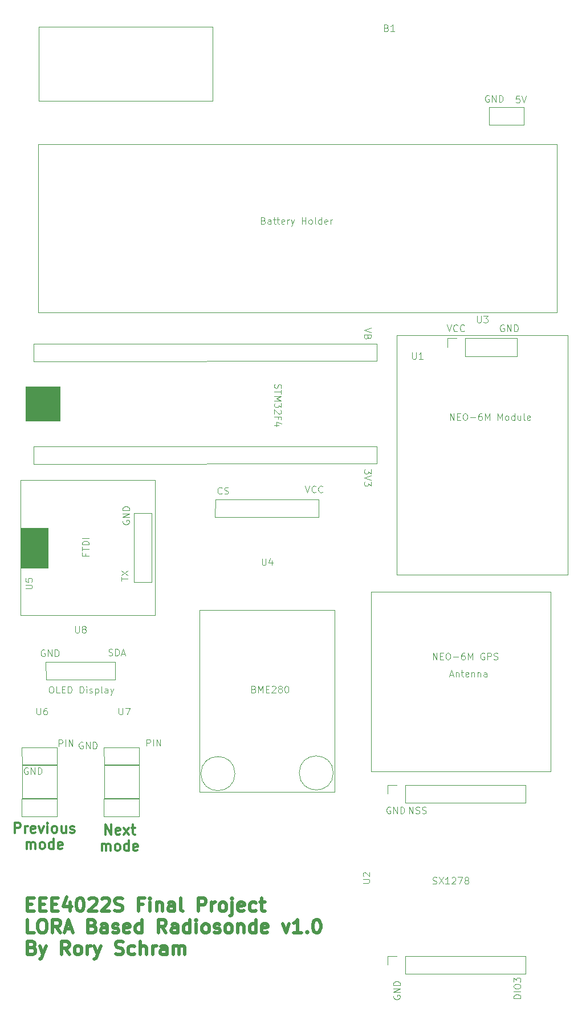
<source format=gbr>
%TF.GenerationSoftware,KiCad,Pcbnew,7.0.7*%
%TF.CreationDate,2023-09-27T10:02:53+02:00*%
%TF.ProjectId,EEE4022S_KiCad,45454534-3032-4325-935f-4b694361642e,rev?*%
%TF.SameCoordinates,Original*%
%TF.FileFunction,Legend,Top*%
%TF.FilePolarity,Positive*%
%FSLAX46Y46*%
G04 Gerber Fmt 4.6, Leading zero omitted, Abs format (unit mm)*
G04 Created by KiCad (PCBNEW 7.0.7) date 2023-09-27 10:02:53*
%MOMM*%
%LPD*%
G01*
G04 APERTURE LIST*
%ADD10C,0.300000*%
%ADD11C,0.500000*%
%ADD12C,0.100000*%
%ADD13C,0.120000*%
%ADD14O,1.700000X1.700000*%
%ADD15R,1.700000X1.700000*%
G04 APERTURE END LIST*
D10*
X44120856Y-147753828D02*
X44120856Y-146253828D01*
X44120856Y-146253828D02*
X44977999Y-147753828D01*
X44977999Y-147753828D02*
X44977999Y-146253828D01*
X46263714Y-147682400D02*
X46120857Y-147753828D01*
X46120857Y-147753828D02*
X45835143Y-147753828D01*
X45835143Y-147753828D02*
X45692285Y-147682400D01*
X45692285Y-147682400D02*
X45620857Y-147539542D01*
X45620857Y-147539542D02*
X45620857Y-146968114D01*
X45620857Y-146968114D02*
X45692285Y-146825257D01*
X45692285Y-146825257D02*
X45835143Y-146753828D01*
X45835143Y-146753828D02*
X46120857Y-146753828D01*
X46120857Y-146753828D02*
X46263714Y-146825257D01*
X46263714Y-146825257D02*
X46335143Y-146968114D01*
X46335143Y-146968114D02*
X46335143Y-147110971D01*
X46335143Y-147110971D02*
X45620857Y-147253828D01*
X46835142Y-147753828D02*
X47620857Y-146753828D01*
X46835142Y-146753828D02*
X47620857Y-147753828D01*
X47978000Y-146753828D02*
X48549428Y-146753828D01*
X48192285Y-146253828D02*
X48192285Y-147539542D01*
X48192285Y-147539542D02*
X48263714Y-147682400D01*
X48263714Y-147682400D02*
X48406571Y-147753828D01*
X48406571Y-147753828D02*
X48549428Y-147753828D01*
X43585142Y-150168828D02*
X43585142Y-149168828D01*
X43585142Y-149311685D02*
X43656571Y-149240257D01*
X43656571Y-149240257D02*
X43799428Y-149168828D01*
X43799428Y-149168828D02*
X44013714Y-149168828D01*
X44013714Y-149168828D02*
X44156571Y-149240257D01*
X44156571Y-149240257D02*
X44228000Y-149383114D01*
X44228000Y-149383114D02*
X44228000Y-150168828D01*
X44228000Y-149383114D02*
X44299428Y-149240257D01*
X44299428Y-149240257D02*
X44442285Y-149168828D01*
X44442285Y-149168828D02*
X44656571Y-149168828D01*
X44656571Y-149168828D02*
X44799428Y-149240257D01*
X44799428Y-149240257D02*
X44870857Y-149383114D01*
X44870857Y-149383114D02*
X44870857Y-150168828D01*
X45799428Y-150168828D02*
X45656571Y-150097400D01*
X45656571Y-150097400D02*
X45585142Y-150025971D01*
X45585142Y-150025971D02*
X45513714Y-149883114D01*
X45513714Y-149883114D02*
X45513714Y-149454542D01*
X45513714Y-149454542D02*
X45585142Y-149311685D01*
X45585142Y-149311685D02*
X45656571Y-149240257D01*
X45656571Y-149240257D02*
X45799428Y-149168828D01*
X45799428Y-149168828D02*
X46013714Y-149168828D01*
X46013714Y-149168828D02*
X46156571Y-149240257D01*
X46156571Y-149240257D02*
X46228000Y-149311685D01*
X46228000Y-149311685D02*
X46299428Y-149454542D01*
X46299428Y-149454542D02*
X46299428Y-149883114D01*
X46299428Y-149883114D02*
X46228000Y-150025971D01*
X46228000Y-150025971D02*
X46156571Y-150097400D01*
X46156571Y-150097400D02*
X46013714Y-150168828D01*
X46013714Y-150168828D02*
X45799428Y-150168828D01*
X47585143Y-150168828D02*
X47585143Y-148668828D01*
X47585143Y-150097400D02*
X47442285Y-150168828D01*
X47442285Y-150168828D02*
X47156571Y-150168828D01*
X47156571Y-150168828D02*
X47013714Y-150097400D01*
X47013714Y-150097400D02*
X46942285Y-150025971D01*
X46942285Y-150025971D02*
X46870857Y-149883114D01*
X46870857Y-149883114D02*
X46870857Y-149454542D01*
X46870857Y-149454542D02*
X46942285Y-149311685D01*
X46942285Y-149311685D02*
X47013714Y-149240257D01*
X47013714Y-149240257D02*
X47156571Y-149168828D01*
X47156571Y-149168828D02*
X47442285Y-149168828D01*
X47442285Y-149168828D02*
X47585143Y-149240257D01*
X48870857Y-150097400D02*
X48728000Y-150168828D01*
X48728000Y-150168828D02*
X48442286Y-150168828D01*
X48442286Y-150168828D02*
X48299428Y-150097400D01*
X48299428Y-150097400D02*
X48228000Y-149954542D01*
X48228000Y-149954542D02*
X48228000Y-149383114D01*
X48228000Y-149383114D02*
X48299428Y-149240257D01*
X48299428Y-149240257D02*
X48442286Y-149168828D01*
X48442286Y-149168828D02*
X48728000Y-149168828D01*
X48728000Y-149168828D02*
X48870857Y-149240257D01*
X48870857Y-149240257D02*
X48942286Y-149383114D01*
X48942286Y-149383114D02*
X48942286Y-149525971D01*
X48942286Y-149525971D02*
X48228000Y-149668828D01*
X30659142Y-147499828D02*
X30659142Y-145999828D01*
X30659142Y-145999828D02*
X31230571Y-145999828D01*
X31230571Y-145999828D02*
X31373428Y-146071257D01*
X31373428Y-146071257D02*
X31444857Y-146142685D01*
X31444857Y-146142685D02*
X31516285Y-146285542D01*
X31516285Y-146285542D02*
X31516285Y-146499828D01*
X31516285Y-146499828D02*
X31444857Y-146642685D01*
X31444857Y-146642685D02*
X31373428Y-146714114D01*
X31373428Y-146714114D02*
X31230571Y-146785542D01*
X31230571Y-146785542D02*
X30659142Y-146785542D01*
X32159142Y-147499828D02*
X32159142Y-146499828D01*
X32159142Y-146785542D02*
X32230571Y-146642685D01*
X32230571Y-146642685D02*
X32302000Y-146571257D01*
X32302000Y-146571257D02*
X32444857Y-146499828D01*
X32444857Y-146499828D02*
X32587714Y-146499828D01*
X33659142Y-147428400D02*
X33516285Y-147499828D01*
X33516285Y-147499828D02*
X33230571Y-147499828D01*
X33230571Y-147499828D02*
X33087713Y-147428400D01*
X33087713Y-147428400D02*
X33016285Y-147285542D01*
X33016285Y-147285542D02*
X33016285Y-146714114D01*
X33016285Y-146714114D02*
X33087713Y-146571257D01*
X33087713Y-146571257D02*
X33230571Y-146499828D01*
X33230571Y-146499828D02*
X33516285Y-146499828D01*
X33516285Y-146499828D02*
X33659142Y-146571257D01*
X33659142Y-146571257D02*
X33730571Y-146714114D01*
X33730571Y-146714114D02*
X33730571Y-146856971D01*
X33730571Y-146856971D02*
X33016285Y-146999828D01*
X34230570Y-146499828D02*
X34587713Y-147499828D01*
X34587713Y-147499828D02*
X34944856Y-146499828D01*
X35516284Y-147499828D02*
X35516284Y-146499828D01*
X35516284Y-145999828D02*
X35444856Y-146071257D01*
X35444856Y-146071257D02*
X35516284Y-146142685D01*
X35516284Y-146142685D02*
X35587713Y-146071257D01*
X35587713Y-146071257D02*
X35516284Y-145999828D01*
X35516284Y-145999828D02*
X35516284Y-146142685D01*
X36444856Y-147499828D02*
X36301999Y-147428400D01*
X36301999Y-147428400D02*
X36230570Y-147356971D01*
X36230570Y-147356971D02*
X36159142Y-147214114D01*
X36159142Y-147214114D02*
X36159142Y-146785542D01*
X36159142Y-146785542D02*
X36230570Y-146642685D01*
X36230570Y-146642685D02*
X36301999Y-146571257D01*
X36301999Y-146571257D02*
X36444856Y-146499828D01*
X36444856Y-146499828D02*
X36659142Y-146499828D01*
X36659142Y-146499828D02*
X36801999Y-146571257D01*
X36801999Y-146571257D02*
X36873428Y-146642685D01*
X36873428Y-146642685D02*
X36944856Y-146785542D01*
X36944856Y-146785542D02*
X36944856Y-147214114D01*
X36944856Y-147214114D02*
X36873428Y-147356971D01*
X36873428Y-147356971D02*
X36801999Y-147428400D01*
X36801999Y-147428400D02*
X36659142Y-147499828D01*
X36659142Y-147499828D02*
X36444856Y-147499828D01*
X38230571Y-146499828D02*
X38230571Y-147499828D01*
X37587713Y-146499828D02*
X37587713Y-147285542D01*
X37587713Y-147285542D02*
X37659142Y-147428400D01*
X37659142Y-147428400D02*
X37801999Y-147499828D01*
X37801999Y-147499828D02*
X38016285Y-147499828D01*
X38016285Y-147499828D02*
X38159142Y-147428400D01*
X38159142Y-147428400D02*
X38230571Y-147356971D01*
X38873428Y-147428400D02*
X39016285Y-147499828D01*
X39016285Y-147499828D02*
X39301999Y-147499828D01*
X39301999Y-147499828D02*
X39444856Y-147428400D01*
X39444856Y-147428400D02*
X39516285Y-147285542D01*
X39516285Y-147285542D02*
X39516285Y-147214114D01*
X39516285Y-147214114D02*
X39444856Y-147071257D01*
X39444856Y-147071257D02*
X39301999Y-146999828D01*
X39301999Y-146999828D02*
X39087714Y-146999828D01*
X39087714Y-146999828D02*
X38944856Y-146928400D01*
X38944856Y-146928400D02*
X38873428Y-146785542D01*
X38873428Y-146785542D02*
X38873428Y-146714114D01*
X38873428Y-146714114D02*
X38944856Y-146571257D01*
X38944856Y-146571257D02*
X39087714Y-146499828D01*
X39087714Y-146499828D02*
X39301999Y-146499828D01*
X39301999Y-146499828D02*
X39444856Y-146571257D01*
X32409142Y-149914828D02*
X32409142Y-148914828D01*
X32409142Y-149057685D02*
X32480571Y-148986257D01*
X32480571Y-148986257D02*
X32623428Y-148914828D01*
X32623428Y-148914828D02*
X32837714Y-148914828D01*
X32837714Y-148914828D02*
X32980571Y-148986257D01*
X32980571Y-148986257D02*
X33052000Y-149129114D01*
X33052000Y-149129114D02*
X33052000Y-149914828D01*
X33052000Y-149129114D02*
X33123428Y-148986257D01*
X33123428Y-148986257D02*
X33266285Y-148914828D01*
X33266285Y-148914828D02*
X33480571Y-148914828D01*
X33480571Y-148914828D02*
X33623428Y-148986257D01*
X33623428Y-148986257D02*
X33694857Y-149129114D01*
X33694857Y-149129114D02*
X33694857Y-149914828D01*
X34623428Y-149914828D02*
X34480571Y-149843400D01*
X34480571Y-149843400D02*
X34409142Y-149771971D01*
X34409142Y-149771971D02*
X34337714Y-149629114D01*
X34337714Y-149629114D02*
X34337714Y-149200542D01*
X34337714Y-149200542D02*
X34409142Y-149057685D01*
X34409142Y-149057685D02*
X34480571Y-148986257D01*
X34480571Y-148986257D02*
X34623428Y-148914828D01*
X34623428Y-148914828D02*
X34837714Y-148914828D01*
X34837714Y-148914828D02*
X34980571Y-148986257D01*
X34980571Y-148986257D02*
X35052000Y-149057685D01*
X35052000Y-149057685D02*
X35123428Y-149200542D01*
X35123428Y-149200542D02*
X35123428Y-149629114D01*
X35123428Y-149629114D02*
X35052000Y-149771971D01*
X35052000Y-149771971D02*
X34980571Y-149843400D01*
X34980571Y-149843400D02*
X34837714Y-149914828D01*
X34837714Y-149914828D02*
X34623428Y-149914828D01*
X36409143Y-149914828D02*
X36409143Y-148414828D01*
X36409143Y-149843400D02*
X36266285Y-149914828D01*
X36266285Y-149914828D02*
X35980571Y-149914828D01*
X35980571Y-149914828D02*
X35837714Y-149843400D01*
X35837714Y-149843400D02*
X35766285Y-149771971D01*
X35766285Y-149771971D02*
X35694857Y-149629114D01*
X35694857Y-149629114D02*
X35694857Y-149200542D01*
X35694857Y-149200542D02*
X35766285Y-149057685D01*
X35766285Y-149057685D02*
X35837714Y-148986257D01*
X35837714Y-148986257D02*
X35980571Y-148914828D01*
X35980571Y-148914828D02*
X36266285Y-148914828D01*
X36266285Y-148914828D02*
X36409143Y-148986257D01*
X37694857Y-149843400D02*
X37552000Y-149914828D01*
X37552000Y-149914828D02*
X37266286Y-149914828D01*
X37266286Y-149914828D02*
X37123428Y-149843400D01*
X37123428Y-149843400D02*
X37052000Y-149700542D01*
X37052000Y-149700542D02*
X37052000Y-149129114D01*
X37052000Y-149129114D02*
X37123428Y-148986257D01*
X37123428Y-148986257D02*
X37266286Y-148914828D01*
X37266286Y-148914828D02*
X37552000Y-148914828D01*
X37552000Y-148914828D02*
X37694857Y-148986257D01*
X37694857Y-148986257D02*
X37766286Y-149129114D01*
X37766286Y-149129114D02*
X37766286Y-149271971D01*
X37766286Y-149271971D02*
X37052000Y-149414828D01*
D11*
X32555137Y-158103619D02*
X33221804Y-158103619D01*
X33507518Y-159151238D02*
X32555137Y-159151238D01*
X32555137Y-159151238D02*
X32555137Y-157151238D01*
X32555137Y-157151238D02*
X33507518Y-157151238D01*
X34364661Y-158103619D02*
X35031328Y-158103619D01*
X35317042Y-159151238D02*
X34364661Y-159151238D01*
X34364661Y-159151238D02*
X34364661Y-157151238D01*
X34364661Y-157151238D02*
X35317042Y-157151238D01*
X36174185Y-158103619D02*
X36840852Y-158103619D01*
X37126566Y-159151238D02*
X36174185Y-159151238D01*
X36174185Y-159151238D02*
X36174185Y-157151238D01*
X36174185Y-157151238D02*
X37126566Y-157151238D01*
X38840852Y-157817904D02*
X38840852Y-159151238D01*
X38364661Y-157056000D02*
X37888471Y-158484571D01*
X37888471Y-158484571D02*
X39126566Y-158484571D01*
X40269423Y-157151238D02*
X40459900Y-157151238D01*
X40459900Y-157151238D02*
X40650376Y-157246476D01*
X40650376Y-157246476D02*
X40745614Y-157341714D01*
X40745614Y-157341714D02*
X40840852Y-157532190D01*
X40840852Y-157532190D02*
X40936090Y-157913142D01*
X40936090Y-157913142D02*
X40936090Y-158389333D01*
X40936090Y-158389333D02*
X40840852Y-158770285D01*
X40840852Y-158770285D02*
X40745614Y-158960761D01*
X40745614Y-158960761D02*
X40650376Y-159056000D01*
X40650376Y-159056000D02*
X40459900Y-159151238D01*
X40459900Y-159151238D02*
X40269423Y-159151238D01*
X40269423Y-159151238D02*
X40078947Y-159056000D01*
X40078947Y-159056000D02*
X39983709Y-158960761D01*
X39983709Y-158960761D02*
X39888471Y-158770285D01*
X39888471Y-158770285D02*
X39793233Y-158389333D01*
X39793233Y-158389333D02*
X39793233Y-157913142D01*
X39793233Y-157913142D02*
X39888471Y-157532190D01*
X39888471Y-157532190D02*
X39983709Y-157341714D01*
X39983709Y-157341714D02*
X40078947Y-157246476D01*
X40078947Y-157246476D02*
X40269423Y-157151238D01*
X41697995Y-157341714D02*
X41793233Y-157246476D01*
X41793233Y-157246476D02*
X41983709Y-157151238D01*
X41983709Y-157151238D02*
X42459900Y-157151238D01*
X42459900Y-157151238D02*
X42650376Y-157246476D01*
X42650376Y-157246476D02*
X42745614Y-157341714D01*
X42745614Y-157341714D02*
X42840852Y-157532190D01*
X42840852Y-157532190D02*
X42840852Y-157722666D01*
X42840852Y-157722666D02*
X42745614Y-158008380D01*
X42745614Y-158008380D02*
X41602757Y-159151238D01*
X41602757Y-159151238D02*
X42840852Y-159151238D01*
X43602757Y-157341714D02*
X43697995Y-157246476D01*
X43697995Y-157246476D02*
X43888471Y-157151238D01*
X43888471Y-157151238D02*
X44364662Y-157151238D01*
X44364662Y-157151238D02*
X44555138Y-157246476D01*
X44555138Y-157246476D02*
X44650376Y-157341714D01*
X44650376Y-157341714D02*
X44745614Y-157532190D01*
X44745614Y-157532190D02*
X44745614Y-157722666D01*
X44745614Y-157722666D02*
X44650376Y-158008380D01*
X44650376Y-158008380D02*
X43507519Y-159151238D01*
X43507519Y-159151238D02*
X44745614Y-159151238D01*
X45507519Y-159056000D02*
X45793233Y-159151238D01*
X45793233Y-159151238D02*
X46269424Y-159151238D01*
X46269424Y-159151238D02*
X46459900Y-159056000D01*
X46459900Y-159056000D02*
X46555138Y-158960761D01*
X46555138Y-158960761D02*
X46650376Y-158770285D01*
X46650376Y-158770285D02*
X46650376Y-158579809D01*
X46650376Y-158579809D02*
X46555138Y-158389333D01*
X46555138Y-158389333D02*
X46459900Y-158294095D01*
X46459900Y-158294095D02*
X46269424Y-158198857D01*
X46269424Y-158198857D02*
X45888471Y-158103619D01*
X45888471Y-158103619D02*
X45697995Y-158008380D01*
X45697995Y-158008380D02*
X45602757Y-157913142D01*
X45602757Y-157913142D02*
X45507519Y-157722666D01*
X45507519Y-157722666D02*
X45507519Y-157532190D01*
X45507519Y-157532190D02*
X45602757Y-157341714D01*
X45602757Y-157341714D02*
X45697995Y-157246476D01*
X45697995Y-157246476D02*
X45888471Y-157151238D01*
X45888471Y-157151238D02*
X46364662Y-157151238D01*
X46364662Y-157151238D02*
X46650376Y-157246476D01*
X49697996Y-158103619D02*
X49031329Y-158103619D01*
X49031329Y-159151238D02*
X49031329Y-157151238D01*
X49031329Y-157151238D02*
X49983710Y-157151238D01*
X50745615Y-159151238D02*
X50745615Y-157817904D01*
X50745615Y-157151238D02*
X50650377Y-157246476D01*
X50650377Y-157246476D02*
X50745615Y-157341714D01*
X50745615Y-157341714D02*
X50840853Y-157246476D01*
X50840853Y-157246476D02*
X50745615Y-157151238D01*
X50745615Y-157151238D02*
X50745615Y-157341714D01*
X51697996Y-157817904D02*
X51697996Y-159151238D01*
X51697996Y-158008380D02*
X51793234Y-157913142D01*
X51793234Y-157913142D02*
X51983710Y-157817904D01*
X51983710Y-157817904D02*
X52269425Y-157817904D01*
X52269425Y-157817904D02*
X52459901Y-157913142D01*
X52459901Y-157913142D02*
X52555139Y-158103619D01*
X52555139Y-158103619D02*
X52555139Y-159151238D01*
X54364663Y-159151238D02*
X54364663Y-158103619D01*
X54364663Y-158103619D02*
X54269425Y-157913142D01*
X54269425Y-157913142D02*
X54078949Y-157817904D01*
X54078949Y-157817904D02*
X53697996Y-157817904D01*
X53697996Y-157817904D02*
X53507520Y-157913142D01*
X54364663Y-159056000D02*
X54174187Y-159151238D01*
X54174187Y-159151238D02*
X53697996Y-159151238D01*
X53697996Y-159151238D02*
X53507520Y-159056000D01*
X53507520Y-159056000D02*
X53412282Y-158865523D01*
X53412282Y-158865523D02*
X53412282Y-158675047D01*
X53412282Y-158675047D02*
X53507520Y-158484571D01*
X53507520Y-158484571D02*
X53697996Y-158389333D01*
X53697996Y-158389333D02*
X54174187Y-158389333D01*
X54174187Y-158389333D02*
X54364663Y-158294095D01*
X55602758Y-159151238D02*
X55412282Y-159056000D01*
X55412282Y-159056000D02*
X55317044Y-158865523D01*
X55317044Y-158865523D02*
X55317044Y-157151238D01*
X57888473Y-159151238D02*
X57888473Y-157151238D01*
X57888473Y-157151238D02*
X58650378Y-157151238D01*
X58650378Y-157151238D02*
X58840854Y-157246476D01*
X58840854Y-157246476D02*
X58936092Y-157341714D01*
X58936092Y-157341714D02*
X59031330Y-157532190D01*
X59031330Y-157532190D02*
X59031330Y-157817904D01*
X59031330Y-157817904D02*
X58936092Y-158008380D01*
X58936092Y-158008380D02*
X58840854Y-158103619D01*
X58840854Y-158103619D02*
X58650378Y-158198857D01*
X58650378Y-158198857D02*
X57888473Y-158198857D01*
X59888473Y-159151238D02*
X59888473Y-157817904D01*
X59888473Y-158198857D02*
X59983711Y-158008380D01*
X59983711Y-158008380D02*
X60078949Y-157913142D01*
X60078949Y-157913142D02*
X60269425Y-157817904D01*
X60269425Y-157817904D02*
X60459902Y-157817904D01*
X61412282Y-159151238D02*
X61221806Y-159056000D01*
X61221806Y-159056000D02*
X61126568Y-158960761D01*
X61126568Y-158960761D02*
X61031330Y-158770285D01*
X61031330Y-158770285D02*
X61031330Y-158198857D01*
X61031330Y-158198857D02*
X61126568Y-158008380D01*
X61126568Y-158008380D02*
X61221806Y-157913142D01*
X61221806Y-157913142D02*
X61412282Y-157817904D01*
X61412282Y-157817904D02*
X61697997Y-157817904D01*
X61697997Y-157817904D02*
X61888473Y-157913142D01*
X61888473Y-157913142D02*
X61983711Y-158008380D01*
X61983711Y-158008380D02*
X62078949Y-158198857D01*
X62078949Y-158198857D02*
X62078949Y-158770285D01*
X62078949Y-158770285D02*
X61983711Y-158960761D01*
X61983711Y-158960761D02*
X61888473Y-159056000D01*
X61888473Y-159056000D02*
X61697997Y-159151238D01*
X61697997Y-159151238D02*
X61412282Y-159151238D01*
X62936092Y-157817904D02*
X62936092Y-159532190D01*
X62936092Y-159532190D02*
X62840854Y-159722666D01*
X62840854Y-159722666D02*
X62650378Y-159817904D01*
X62650378Y-159817904D02*
X62555140Y-159817904D01*
X62936092Y-157151238D02*
X62840854Y-157246476D01*
X62840854Y-157246476D02*
X62936092Y-157341714D01*
X62936092Y-157341714D02*
X63031330Y-157246476D01*
X63031330Y-157246476D02*
X62936092Y-157151238D01*
X62936092Y-157151238D02*
X62936092Y-157341714D01*
X64650378Y-159056000D02*
X64459902Y-159151238D01*
X64459902Y-159151238D02*
X64078949Y-159151238D01*
X64078949Y-159151238D02*
X63888473Y-159056000D01*
X63888473Y-159056000D02*
X63793235Y-158865523D01*
X63793235Y-158865523D02*
X63793235Y-158103619D01*
X63793235Y-158103619D02*
X63888473Y-157913142D01*
X63888473Y-157913142D02*
X64078949Y-157817904D01*
X64078949Y-157817904D02*
X64459902Y-157817904D01*
X64459902Y-157817904D02*
X64650378Y-157913142D01*
X64650378Y-157913142D02*
X64745616Y-158103619D01*
X64745616Y-158103619D02*
X64745616Y-158294095D01*
X64745616Y-158294095D02*
X63793235Y-158484571D01*
X66459902Y-159056000D02*
X66269426Y-159151238D01*
X66269426Y-159151238D02*
X65888473Y-159151238D01*
X65888473Y-159151238D02*
X65697997Y-159056000D01*
X65697997Y-159056000D02*
X65602759Y-158960761D01*
X65602759Y-158960761D02*
X65507521Y-158770285D01*
X65507521Y-158770285D02*
X65507521Y-158198857D01*
X65507521Y-158198857D02*
X65602759Y-158008380D01*
X65602759Y-158008380D02*
X65697997Y-157913142D01*
X65697997Y-157913142D02*
X65888473Y-157817904D01*
X65888473Y-157817904D02*
X66269426Y-157817904D01*
X66269426Y-157817904D02*
X66459902Y-157913142D01*
X67031331Y-157817904D02*
X67793235Y-157817904D01*
X67317045Y-157151238D02*
X67317045Y-158865523D01*
X67317045Y-158865523D02*
X67412283Y-159056000D01*
X67412283Y-159056000D02*
X67602759Y-159151238D01*
X67602759Y-159151238D02*
X67793235Y-159151238D01*
X33507518Y-162371238D02*
X32555137Y-162371238D01*
X32555137Y-162371238D02*
X32555137Y-160371238D01*
X34555137Y-160371238D02*
X34936090Y-160371238D01*
X34936090Y-160371238D02*
X35126566Y-160466476D01*
X35126566Y-160466476D02*
X35317042Y-160656952D01*
X35317042Y-160656952D02*
X35412280Y-161037904D01*
X35412280Y-161037904D02*
X35412280Y-161704571D01*
X35412280Y-161704571D02*
X35317042Y-162085523D01*
X35317042Y-162085523D02*
X35126566Y-162276000D01*
X35126566Y-162276000D02*
X34936090Y-162371238D01*
X34936090Y-162371238D02*
X34555137Y-162371238D01*
X34555137Y-162371238D02*
X34364661Y-162276000D01*
X34364661Y-162276000D02*
X34174185Y-162085523D01*
X34174185Y-162085523D02*
X34078947Y-161704571D01*
X34078947Y-161704571D02*
X34078947Y-161037904D01*
X34078947Y-161037904D02*
X34174185Y-160656952D01*
X34174185Y-160656952D02*
X34364661Y-160466476D01*
X34364661Y-160466476D02*
X34555137Y-160371238D01*
X37412280Y-162371238D02*
X36745613Y-161418857D01*
X36269423Y-162371238D02*
X36269423Y-160371238D01*
X36269423Y-160371238D02*
X37031328Y-160371238D01*
X37031328Y-160371238D02*
X37221804Y-160466476D01*
X37221804Y-160466476D02*
X37317042Y-160561714D01*
X37317042Y-160561714D02*
X37412280Y-160752190D01*
X37412280Y-160752190D02*
X37412280Y-161037904D01*
X37412280Y-161037904D02*
X37317042Y-161228380D01*
X37317042Y-161228380D02*
X37221804Y-161323619D01*
X37221804Y-161323619D02*
X37031328Y-161418857D01*
X37031328Y-161418857D02*
X36269423Y-161418857D01*
X38174185Y-161799809D02*
X39126566Y-161799809D01*
X37983709Y-162371238D02*
X38650375Y-160371238D01*
X38650375Y-160371238D02*
X39317042Y-162371238D01*
X42174186Y-161323619D02*
X42459900Y-161418857D01*
X42459900Y-161418857D02*
X42555138Y-161514095D01*
X42555138Y-161514095D02*
X42650376Y-161704571D01*
X42650376Y-161704571D02*
X42650376Y-161990285D01*
X42650376Y-161990285D02*
X42555138Y-162180761D01*
X42555138Y-162180761D02*
X42459900Y-162276000D01*
X42459900Y-162276000D02*
X42269424Y-162371238D01*
X42269424Y-162371238D02*
X41507519Y-162371238D01*
X41507519Y-162371238D02*
X41507519Y-160371238D01*
X41507519Y-160371238D02*
X42174186Y-160371238D01*
X42174186Y-160371238D02*
X42364662Y-160466476D01*
X42364662Y-160466476D02*
X42459900Y-160561714D01*
X42459900Y-160561714D02*
X42555138Y-160752190D01*
X42555138Y-160752190D02*
X42555138Y-160942666D01*
X42555138Y-160942666D02*
X42459900Y-161133142D01*
X42459900Y-161133142D02*
X42364662Y-161228380D01*
X42364662Y-161228380D02*
X42174186Y-161323619D01*
X42174186Y-161323619D02*
X41507519Y-161323619D01*
X44364662Y-162371238D02*
X44364662Y-161323619D01*
X44364662Y-161323619D02*
X44269424Y-161133142D01*
X44269424Y-161133142D02*
X44078948Y-161037904D01*
X44078948Y-161037904D02*
X43697995Y-161037904D01*
X43697995Y-161037904D02*
X43507519Y-161133142D01*
X44364662Y-162276000D02*
X44174186Y-162371238D01*
X44174186Y-162371238D02*
X43697995Y-162371238D01*
X43697995Y-162371238D02*
X43507519Y-162276000D01*
X43507519Y-162276000D02*
X43412281Y-162085523D01*
X43412281Y-162085523D02*
X43412281Y-161895047D01*
X43412281Y-161895047D02*
X43507519Y-161704571D01*
X43507519Y-161704571D02*
X43697995Y-161609333D01*
X43697995Y-161609333D02*
X44174186Y-161609333D01*
X44174186Y-161609333D02*
X44364662Y-161514095D01*
X45221805Y-162276000D02*
X45412281Y-162371238D01*
X45412281Y-162371238D02*
X45793233Y-162371238D01*
X45793233Y-162371238D02*
X45983710Y-162276000D01*
X45983710Y-162276000D02*
X46078948Y-162085523D01*
X46078948Y-162085523D02*
X46078948Y-161990285D01*
X46078948Y-161990285D02*
X45983710Y-161799809D01*
X45983710Y-161799809D02*
X45793233Y-161704571D01*
X45793233Y-161704571D02*
X45507519Y-161704571D01*
X45507519Y-161704571D02*
X45317043Y-161609333D01*
X45317043Y-161609333D02*
X45221805Y-161418857D01*
X45221805Y-161418857D02*
X45221805Y-161323619D01*
X45221805Y-161323619D02*
X45317043Y-161133142D01*
X45317043Y-161133142D02*
X45507519Y-161037904D01*
X45507519Y-161037904D02*
X45793233Y-161037904D01*
X45793233Y-161037904D02*
X45983710Y-161133142D01*
X47697996Y-162276000D02*
X47507520Y-162371238D01*
X47507520Y-162371238D02*
X47126567Y-162371238D01*
X47126567Y-162371238D02*
X46936091Y-162276000D01*
X46936091Y-162276000D02*
X46840853Y-162085523D01*
X46840853Y-162085523D02*
X46840853Y-161323619D01*
X46840853Y-161323619D02*
X46936091Y-161133142D01*
X46936091Y-161133142D02*
X47126567Y-161037904D01*
X47126567Y-161037904D02*
X47507520Y-161037904D01*
X47507520Y-161037904D02*
X47697996Y-161133142D01*
X47697996Y-161133142D02*
X47793234Y-161323619D01*
X47793234Y-161323619D02*
X47793234Y-161514095D01*
X47793234Y-161514095D02*
X46840853Y-161704571D01*
X49507520Y-162371238D02*
X49507520Y-160371238D01*
X49507520Y-162276000D02*
X49317044Y-162371238D01*
X49317044Y-162371238D02*
X48936091Y-162371238D01*
X48936091Y-162371238D02*
X48745615Y-162276000D01*
X48745615Y-162276000D02*
X48650377Y-162180761D01*
X48650377Y-162180761D02*
X48555139Y-161990285D01*
X48555139Y-161990285D02*
X48555139Y-161418857D01*
X48555139Y-161418857D02*
X48650377Y-161228380D01*
X48650377Y-161228380D02*
X48745615Y-161133142D01*
X48745615Y-161133142D02*
X48936091Y-161037904D01*
X48936091Y-161037904D02*
X49317044Y-161037904D01*
X49317044Y-161037904D02*
X49507520Y-161133142D01*
X53126568Y-162371238D02*
X52459901Y-161418857D01*
X51983711Y-162371238D02*
X51983711Y-160371238D01*
X51983711Y-160371238D02*
X52745616Y-160371238D01*
X52745616Y-160371238D02*
X52936092Y-160466476D01*
X52936092Y-160466476D02*
X53031330Y-160561714D01*
X53031330Y-160561714D02*
X53126568Y-160752190D01*
X53126568Y-160752190D02*
X53126568Y-161037904D01*
X53126568Y-161037904D02*
X53031330Y-161228380D01*
X53031330Y-161228380D02*
X52936092Y-161323619D01*
X52936092Y-161323619D02*
X52745616Y-161418857D01*
X52745616Y-161418857D02*
X51983711Y-161418857D01*
X54840854Y-162371238D02*
X54840854Y-161323619D01*
X54840854Y-161323619D02*
X54745616Y-161133142D01*
X54745616Y-161133142D02*
X54555140Y-161037904D01*
X54555140Y-161037904D02*
X54174187Y-161037904D01*
X54174187Y-161037904D02*
X53983711Y-161133142D01*
X54840854Y-162276000D02*
X54650378Y-162371238D01*
X54650378Y-162371238D02*
X54174187Y-162371238D01*
X54174187Y-162371238D02*
X53983711Y-162276000D01*
X53983711Y-162276000D02*
X53888473Y-162085523D01*
X53888473Y-162085523D02*
X53888473Y-161895047D01*
X53888473Y-161895047D02*
X53983711Y-161704571D01*
X53983711Y-161704571D02*
X54174187Y-161609333D01*
X54174187Y-161609333D02*
X54650378Y-161609333D01*
X54650378Y-161609333D02*
X54840854Y-161514095D01*
X56650378Y-162371238D02*
X56650378Y-160371238D01*
X56650378Y-162276000D02*
X56459902Y-162371238D01*
X56459902Y-162371238D02*
X56078949Y-162371238D01*
X56078949Y-162371238D02*
X55888473Y-162276000D01*
X55888473Y-162276000D02*
X55793235Y-162180761D01*
X55793235Y-162180761D02*
X55697997Y-161990285D01*
X55697997Y-161990285D02*
X55697997Y-161418857D01*
X55697997Y-161418857D02*
X55793235Y-161228380D01*
X55793235Y-161228380D02*
X55888473Y-161133142D01*
X55888473Y-161133142D02*
X56078949Y-161037904D01*
X56078949Y-161037904D02*
X56459902Y-161037904D01*
X56459902Y-161037904D02*
X56650378Y-161133142D01*
X57602759Y-162371238D02*
X57602759Y-161037904D01*
X57602759Y-160371238D02*
X57507521Y-160466476D01*
X57507521Y-160466476D02*
X57602759Y-160561714D01*
X57602759Y-160561714D02*
X57697997Y-160466476D01*
X57697997Y-160466476D02*
X57602759Y-160371238D01*
X57602759Y-160371238D02*
X57602759Y-160561714D01*
X58840854Y-162371238D02*
X58650378Y-162276000D01*
X58650378Y-162276000D02*
X58555140Y-162180761D01*
X58555140Y-162180761D02*
X58459902Y-161990285D01*
X58459902Y-161990285D02*
X58459902Y-161418857D01*
X58459902Y-161418857D02*
X58555140Y-161228380D01*
X58555140Y-161228380D02*
X58650378Y-161133142D01*
X58650378Y-161133142D02*
X58840854Y-161037904D01*
X58840854Y-161037904D02*
X59126569Y-161037904D01*
X59126569Y-161037904D02*
X59317045Y-161133142D01*
X59317045Y-161133142D02*
X59412283Y-161228380D01*
X59412283Y-161228380D02*
X59507521Y-161418857D01*
X59507521Y-161418857D02*
X59507521Y-161990285D01*
X59507521Y-161990285D02*
X59412283Y-162180761D01*
X59412283Y-162180761D02*
X59317045Y-162276000D01*
X59317045Y-162276000D02*
X59126569Y-162371238D01*
X59126569Y-162371238D02*
X58840854Y-162371238D01*
X60269426Y-162276000D02*
X60459902Y-162371238D01*
X60459902Y-162371238D02*
X60840854Y-162371238D01*
X60840854Y-162371238D02*
X61031331Y-162276000D01*
X61031331Y-162276000D02*
X61126569Y-162085523D01*
X61126569Y-162085523D02*
X61126569Y-161990285D01*
X61126569Y-161990285D02*
X61031331Y-161799809D01*
X61031331Y-161799809D02*
X60840854Y-161704571D01*
X60840854Y-161704571D02*
X60555140Y-161704571D01*
X60555140Y-161704571D02*
X60364664Y-161609333D01*
X60364664Y-161609333D02*
X60269426Y-161418857D01*
X60269426Y-161418857D02*
X60269426Y-161323619D01*
X60269426Y-161323619D02*
X60364664Y-161133142D01*
X60364664Y-161133142D02*
X60555140Y-161037904D01*
X60555140Y-161037904D02*
X60840854Y-161037904D01*
X60840854Y-161037904D02*
X61031331Y-161133142D01*
X62269426Y-162371238D02*
X62078950Y-162276000D01*
X62078950Y-162276000D02*
X61983712Y-162180761D01*
X61983712Y-162180761D02*
X61888474Y-161990285D01*
X61888474Y-161990285D02*
X61888474Y-161418857D01*
X61888474Y-161418857D02*
X61983712Y-161228380D01*
X61983712Y-161228380D02*
X62078950Y-161133142D01*
X62078950Y-161133142D02*
X62269426Y-161037904D01*
X62269426Y-161037904D02*
X62555141Y-161037904D01*
X62555141Y-161037904D02*
X62745617Y-161133142D01*
X62745617Y-161133142D02*
X62840855Y-161228380D01*
X62840855Y-161228380D02*
X62936093Y-161418857D01*
X62936093Y-161418857D02*
X62936093Y-161990285D01*
X62936093Y-161990285D02*
X62840855Y-162180761D01*
X62840855Y-162180761D02*
X62745617Y-162276000D01*
X62745617Y-162276000D02*
X62555141Y-162371238D01*
X62555141Y-162371238D02*
X62269426Y-162371238D01*
X63793236Y-161037904D02*
X63793236Y-162371238D01*
X63793236Y-161228380D02*
X63888474Y-161133142D01*
X63888474Y-161133142D02*
X64078950Y-161037904D01*
X64078950Y-161037904D02*
X64364665Y-161037904D01*
X64364665Y-161037904D02*
X64555141Y-161133142D01*
X64555141Y-161133142D02*
X64650379Y-161323619D01*
X64650379Y-161323619D02*
X64650379Y-162371238D01*
X66459903Y-162371238D02*
X66459903Y-160371238D01*
X66459903Y-162276000D02*
X66269427Y-162371238D01*
X66269427Y-162371238D02*
X65888474Y-162371238D01*
X65888474Y-162371238D02*
X65697998Y-162276000D01*
X65697998Y-162276000D02*
X65602760Y-162180761D01*
X65602760Y-162180761D02*
X65507522Y-161990285D01*
X65507522Y-161990285D02*
X65507522Y-161418857D01*
X65507522Y-161418857D02*
X65602760Y-161228380D01*
X65602760Y-161228380D02*
X65697998Y-161133142D01*
X65697998Y-161133142D02*
X65888474Y-161037904D01*
X65888474Y-161037904D02*
X66269427Y-161037904D01*
X66269427Y-161037904D02*
X66459903Y-161133142D01*
X68174189Y-162276000D02*
X67983713Y-162371238D01*
X67983713Y-162371238D02*
X67602760Y-162371238D01*
X67602760Y-162371238D02*
X67412284Y-162276000D01*
X67412284Y-162276000D02*
X67317046Y-162085523D01*
X67317046Y-162085523D02*
X67317046Y-161323619D01*
X67317046Y-161323619D02*
X67412284Y-161133142D01*
X67412284Y-161133142D02*
X67602760Y-161037904D01*
X67602760Y-161037904D02*
X67983713Y-161037904D01*
X67983713Y-161037904D02*
X68174189Y-161133142D01*
X68174189Y-161133142D02*
X68269427Y-161323619D01*
X68269427Y-161323619D02*
X68269427Y-161514095D01*
X68269427Y-161514095D02*
X67317046Y-161704571D01*
X70459904Y-161037904D02*
X70936094Y-162371238D01*
X70936094Y-162371238D02*
X71412285Y-161037904D01*
X73221809Y-162371238D02*
X72078952Y-162371238D01*
X72650380Y-162371238D02*
X72650380Y-160371238D01*
X72650380Y-160371238D02*
X72459904Y-160656952D01*
X72459904Y-160656952D02*
X72269428Y-160847428D01*
X72269428Y-160847428D02*
X72078952Y-160942666D01*
X74078952Y-162180761D02*
X74174190Y-162276000D01*
X74174190Y-162276000D02*
X74078952Y-162371238D01*
X74078952Y-162371238D02*
X73983714Y-162276000D01*
X73983714Y-162276000D02*
X74078952Y-162180761D01*
X74078952Y-162180761D02*
X74078952Y-162371238D01*
X75412285Y-160371238D02*
X75602762Y-160371238D01*
X75602762Y-160371238D02*
X75793238Y-160466476D01*
X75793238Y-160466476D02*
X75888476Y-160561714D01*
X75888476Y-160561714D02*
X75983714Y-160752190D01*
X75983714Y-160752190D02*
X76078952Y-161133142D01*
X76078952Y-161133142D02*
X76078952Y-161609333D01*
X76078952Y-161609333D02*
X75983714Y-161990285D01*
X75983714Y-161990285D02*
X75888476Y-162180761D01*
X75888476Y-162180761D02*
X75793238Y-162276000D01*
X75793238Y-162276000D02*
X75602762Y-162371238D01*
X75602762Y-162371238D02*
X75412285Y-162371238D01*
X75412285Y-162371238D02*
X75221809Y-162276000D01*
X75221809Y-162276000D02*
X75126571Y-162180761D01*
X75126571Y-162180761D02*
X75031333Y-161990285D01*
X75031333Y-161990285D02*
X74936095Y-161609333D01*
X74936095Y-161609333D02*
X74936095Y-161133142D01*
X74936095Y-161133142D02*
X75031333Y-160752190D01*
X75031333Y-160752190D02*
X75126571Y-160561714D01*
X75126571Y-160561714D02*
X75221809Y-160466476D01*
X75221809Y-160466476D02*
X75412285Y-160371238D01*
X33221804Y-164543619D02*
X33507518Y-164638857D01*
X33507518Y-164638857D02*
X33602756Y-164734095D01*
X33602756Y-164734095D02*
X33697994Y-164924571D01*
X33697994Y-164924571D02*
X33697994Y-165210285D01*
X33697994Y-165210285D02*
X33602756Y-165400761D01*
X33602756Y-165400761D02*
X33507518Y-165496000D01*
X33507518Y-165496000D02*
X33317042Y-165591238D01*
X33317042Y-165591238D02*
X32555137Y-165591238D01*
X32555137Y-165591238D02*
X32555137Y-163591238D01*
X32555137Y-163591238D02*
X33221804Y-163591238D01*
X33221804Y-163591238D02*
X33412280Y-163686476D01*
X33412280Y-163686476D02*
X33507518Y-163781714D01*
X33507518Y-163781714D02*
X33602756Y-163972190D01*
X33602756Y-163972190D02*
X33602756Y-164162666D01*
X33602756Y-164162666D02*
X33507518Y-164353142D01*
X33507518Y-164353142D02*
X33412280Y-164448380D01*
X33412280Y-164448380D02*
X33221804Y-164543619D01*
X33221804Y-164543619D02*
X32555137Y-164543619D01*
X34364661Y-164257904D02*
X34840851Y-165591238D01*
X35317042Y-164257904D02*
X34840851Y-165591238D01*
X34840851Y-165591238D02*
X34650375Y-166067428D01*
X34650375Y-166067428D02*
X34555137Y-166162666D01*
X34555137Y-166162666D02*
X34364661Y-166257904D01*
X38745614Y-165591238D02*
X38078947Y-164638857D01*
X37602757Y-165591238D02*
X37602757Y-163591238D01*
X37602757Y-163591238D02*
X38364662Y-163591238D01*
X38364662Y-163591238D02*
X38555138Y-163686476D01*
X38555138Y-163686476D02*
X38650376Y-163781714D01*
X38650376Y-163781714D02*
X38745614Y-163972190D01*
X38745614Y-163972190D02*
X38745614Y-164257904D01*
X38745614Y-164257904D02*
X38650376Y-164448380D01*
X38650376Y-164448380D02*
X38555138Y-164543619D01*
X38555138Y-164543619D02*
X38364662Y-164638857D01*
X38364662Y-164638857D02*
X37602757Y-164638857D01*
X39888471Y-165591238D02*
X39697995Y-165496000D01*
X39697995Y-165496000D02*
X39602757Y-165400761D01*
X39602757Y-165400761D02*
X39507519Y-165210285D01*
X39507519Y-165210285D02*
X39507519Y-164638857D01*
X39507519Y-164638857D02*
X39602757Y-164448380D01*
X39602757Y-164448380D02*
X39697995Y-164353142D01*
X39697995Y-164353142D02*
X39888471Y-164257904D01*
X39888471Y-164257904D02*
X40174186Y-164257904D01*
X40174186Y-164257904D02*
X40364662Y-164353142D01*
X40364662Y-164353142D02*
X40459900Y-164448380D01*
X40459900Y-164448380D02*
X40555138Y-164638857D01*
X40555138Y-164638857D02*
X40555138Y-165210285D01*
X40555138Y-165210285D02*
X40459900Y-165400761D01*
X40459900Y-165400761D02*
X40364662Y-165496000D01*
X40364662Y-165496000D02*
X40174186Y-165591238D01*
X40174186Y-165591238D02*
X39888471Y-165591238D01*
X41412281Y-165591238D02*
X41412281Y-164257904D01*
X41412281Y-164638857D02*
X41507519Y-164448380D01*
X41507519Y-164448380D02*
X41602757Y-164353142D01*
X41602757Y-164353142D02*
X41793233Y-164257904D01*
X41793233Y-164257904D02*
X41983710Y-164257904D01*
X42459900Y-164257904D02*
X42936090Y-165591238D01*
X43412281Y-164257904D02*
X42936090Y-165591238D01*
X42936090Y-165591238D02*
X42745614Y-166067428D01*
X42745614Y-166067428D02*
X42650376Y-166162666D01*
X42650376Y-166162666D02*
X42459900Y-166257904D01*
X45602758Y-165496000D02*
X45888472Y-165591238D01*
X45888472Y-165591238D02*
X46364663Y-165591238D01*
X46364663Y-165591238D02*
X46555139Y-165496000D01*
X46555139Y-165496000D02*
X46650377Y-165400761D01*
X46650377Y-165400761D02*
X46745615Y-165210285D01*
X46745615Y-165210285D02*
X46745615Y-165019809D01*
X46745615Y-165019809D02*
X46650377Y-164829333D01*
X46650377Y-164829333D02*
X46555139Y-164734095D01*
X46555139Y-164734095D02*
X46364663Y-164638857D01*
X46364663Y-164638857D02*
X45983710Y-164543619D01*
X45983710Y-164543619D02*
X45793234Y-164448380D01*
X45793234Y-164448380D02*
X45697996Y-164353142D01*
X45697996Y-164353142D02*
X45602758Y-164162666D01*
X45602758Y-164162666D02*
X45602758Y-163972190D01*
X45602758Y-163972190D02*
X45697996Y-163781714D01*
X45697996Y-163781714D02*
X45793234Y-163686476D01*
X45793234Y-163686476D02*
X45983710Y-163591238D01*
X45983710Y-163591238D02*
X46459901Y-163591238D01*
X46459901Y-163591238D02*
X46745615Y-163686476D01*
X48459901Y-165496000D02*
X48269425Y-165591238D01*
X48269425Y-165591238D02*
X47888472Y-165591238D01*
X47888472Y-165591238D02*
X47697996Y-165496000D01*
X47697996Y-165496000D02*
X47602758Y-165400761D01*
X47602758Y-165400761D02*
X47507520Y-165210285D01*
X47507520Y-165210285D02*
X47507520Y-164638857D01*
X47507520Y-164638857D02*
X47602758Y-164448380D01*
X47602758Y-164448380D02*
X47697996Y-164353142D01*
X47697996Y-164353142D02*
X47888472Y-164257904D01*
X47888472Y-164257904D02*
X48269425Y-164257904D01*
X48269425Y-164257904D02*
X48459901Y-164353142D01*
X49317044Y-165591238D02*
X49317044Y-163591238D01*
X50174187Y-165591238D02*
X50174187Y-164543619D01*
X50174187Y-164543619D02*
X50078949Y-164353142D01*
X50078949Y-164353142D02*
X49888473Y-164257904D01*
X49888473Y-164257904D02*
X49602758Y-164257904D01*
X49602758Y-164257904D02*
X49412282Y-164353142D01*
X49412282Y-164353142D02*
X49317044Y-164448380D01*
X51126568Y-165591238D02*
X51126568Y-164257904D01*
X51126568Y-164638857D02*
X51221806Y-164448380D01*
X51221806Y-164448380D02*
X51317044Y-164353142D01*
X51317044Y-164353142D02*
X51507520Y-164257904D01*
X51507520Y-164257904D02*
X51697997Y-164257904D01*
X53221806Y-165591238D02*
X53221806Y-164543619D01*
X53221806Y-164543619D02*
X53126568Y-164353142D01*
X53126568Y-164353142D02*
X52936092Y-164257904D01*
X52936092Y-164257904D02*
X52555139Y-164257904D01*
X52555139Y-164257904D02*
X52364663Y-164353142D01*
X53221806Y-165496000D02*
X53031330Y-165591238D01*
X53031330Y-165591238D02*
X52555139Y-165591238D01*
X52555139Y-165591238D02*
X52364663Y-165496000D01*
X52364663Y-165496000D02*
X52269425Y-165305523D01*
X52269425Y-165305523D02*
X52269425Y-165115047D01*
X52269425Y-165115047D02*
X52364663Y-164924571D01*
X52364663Y-164924571D02*
X52555139Y-164829333D01*
X52555139Y-164829333D02*
X53031330Y-164829333D01*
X53031330Y-164829333D02*
X53221806Y-164734095D01*
X54174187Y-165591238D02*
X54174187Y-164257904D01*
X54174187Y-164448380D02*
X54269425Y-164353142D01*
X54269425Y-164353142D02*
X54459901Y-164257904D01*
X54459901Y-164257904D02*
X54745616Y-164257904D01*
X54745616Y-164257904D02*
X54936092Y-164353142D01*
X54936092Y-164353142D02*
X55031330Y-164543619D01*
X55031330Y-164543619D02*
X55031330Y-165591238D01*
X55031330Y-164543619D02*
X55126568Y-164353142D01*
X55126568Y-164353142D02*
X55317044Y-164257904D01*
X55317044Y-164257904D02*
X55602758Y-164257904D01*
X55602758Y-164257904D02*
X55793235Y-164353142D01*
X55793235Y-164353142D02*
X55888473Y-164543619D01*
X55888473Y-164543619D02*
X55888473Y-165591238D01*
D12*
X32223419Y-111251904D02*
X33032942Y-111251904D01*
X33032942Y-111251904D02*
X33128180Y-111204285D01*
X33128180Y-111204285D02*
X33175800Y-111156666D01*
X33175800Y-111156666D02*
X33223419Y-111061428D01*
X33223419Y-111061428D02*
X33223419Y-110870952D01*
X33223419Y-110870952D02*
X33175800Y-110775714D01*
X33175800Y-110775714D02*
X33128180Y-110728095D01*
X33128180Y-110728095D02*
X33032942Y-110680476D01*
X33032942Y-110680476D02*
X32223419Y-110680476D01*
X32223419Y-109728095D02*
X32223419Y-110204285D01*
X32223419Y-110204285D02*
X32699609Y-110251904D01*
X32699609Y-110251904D02*
X32651990Y-110204285D01*
X32651990Y-110204285D02*
X32604371Y-110109047D01*
X32604371Y-110109047D02*
X32604371Y-109870952D01*
X32604371Y-109870952D02*
X32651990Y-109775714D01*
X32651990Y-109775714D02*
X32699609Y-109728095D01*
X32699609Y-109728095D02*
X32794847Y-109680476D01*
X32794847Y-109680476D02*
X33032942Y-109680476D01*
X33032942Y-109680476D02*
X33128180Y-109728095D01*
X33128180Y-109728095D02*
X33175800Y-109775714D01*
X33175800Y-109775714D02*
X33223419Y-109870952D01*
X33223419Y-109870952D02*
X33223419Y-110109047D01*
X33223419Y-110109047D02*
X33175800Y-110204285D01*
X33175800Y-110204285D02*
X33128180Y-110251904D01*
X46456419Y-110094972D02*
X46456419Y-109523544D01*
X47456419Y-109809258D02*
X46456419Y-109809258D01*
X46456419Y-109285448D02*
X47456419Y-108618782D01*
X46456419Y-108618782D02*
X47456419Y-109285448D01*
X46704038Y-101128306D02*
X46656419Y-101223544D01*
X46656419Y-101223544D02*
X46656419Y-101366401D01*
X46656419Y-101366401D02*
X46704038Y-101509258D01*
X46704038Y-101509258D02*
X46799276Y-101604496D01*
X46799276Y-101604496D02*
X46894514Y-101652115D01*
X46894514Y-101652115D02*
X47084990Y-101699734D01*
X47084990Y-101699734D02*
X47227847Y-101699734D01*
X47227847Y-101699734D02*
X47418323Y-101652115D01*
X47418323Y-101652115D02*
X47513561Y-101604496D01*
X47513561Y-101604496D02*
X47608800Y-101509258D01*
X47608800Y-101509258D02*
X47656419Y-101366401D01*
X47656419Y-101366401D02*
X47656419Y-101271163D01*
X47656419Y-101271163D02*
X47608800Y-101128306D01*
X47608800Y-101128306D02*
X47561180Y-101080687D01*
X47561180Y-101080687D02*
X47227847Y-101080687D01*
X47227847Y-101080687D02*
X47227847Y-101271163D01*
X47656419Y-100652115D02*
X46656419Y-100652115D01*
X46656419Y-100652115D02*
X47656419Y-100080687D01*
X47656419Y-100080687D02*
X46656419Y-100080687D01*
X47656419Y-99604496D02*
X46656419Y-99604496D01*
X46656419Y-99604496D02*
X46656419Y-99366401D01*
X46656419Y-99366401D02*
X46704038Y-99223544D01*
X46704038Y-99223544D02*
X46799276Y-99128306D01*
X46799276Y-99128306D02*
X46894514Y-99080687D01*
X46894514Y-99080687D02*
X47084990Y-99033068D01*
X47084990Y-99033068D02*
X47227847Y-99033068D01*
X47227847Y-99033068D02*
X47418323Y-99080687D01*
X47418323Y-99080687D02*
X47513561Y-99128306D01*
X47513561Y-99128306D02*
X47608800Y-99223544D01*
X47608800Y-99223544D02*
X47656419Y-99366401D01*
X47656419Y-99366401D02*
X47656419Y-99604496D01*
X41132609Y-106018782D02*
X41132609Y-106352115D01*
X41656419Y-106352115D02*
X40656419Y-106352115D01*
X40656419Y-106352115D02*
X40656419Y-105875925D01*
X40656419Y-105637829D02*
X40656419Y-105066401D01*
X41656419Y-105352115D02*
X40656419Y-105352115D01*
X41656419Y-104733067D02*
X40656419Y-104733067D01*
X40656419Y-104733067D02*
X40656419Y-104494972D01*
X40656419Y-104494972D02*
X40704038Y-104352115D01*
X40704038Y-104352115D02*
X40799276Y-104256877D01*
X40799276Y-104256877D02*
X40894514Y-104209258D01*
X40894514Y-104209258D02*
X41084990Y-104161639D01*
X41084990Y-104161639D02*
X41227847Y-104161639D01*
X41227847Y-104161639D02*
X41418323Y-104209258D01*
X41418323Y-104209258D02*
X41513561Y-104256877D01*
X41513561Y-104256877D02*
X41608800Y-104352115D01*
X41608800Y-104352115D02*
X41656419Y-104494972D01*
X41656419Y-104494972D02*
X41656419Y-104733067D01*
X41656419Y-103733067D02*
X40656419Y-103733067D01*
X99314095Y-70737419D02*
X99314095Y-71546942D01*
X99314095Y-71546942D02*
X99361714Y-71642180D01*
X99361714Y-71642180D02*
X99409333Y-71689800D01*
X99409333Y-71689800D02*
X99504571Y-71737419D01*
X99504571Y-71737419D02*
X99695047Y-71737419D01*
X99695047Y-71737419D02*
X99790285Y-71689800D01*
X99790285Y-71689800D02*
X99837904Y-71642180D01*
X99837904Y-71642180D02*
X99885523Y-71546942D01*
X99885523Y-71546942D02*
X99885523Y-70737419D01*
X100266476Y-70737419D02*
X100885523Y-70737419D01*
X100885523Y-70737419D02*
X100552190Y-71118371D01*
X100552190Y-71118371D02*
X100695047Y-71118371D01*
X100695047Y-71118371D02*
X100790285Y-71165990D01*
X100790285Y-71165990D02*
X100837904Y-71213609D01*
X100837904Y-71213609D02*
X100885523Y-71308847D01*
X100885523Y-71308847D02*
X100885523Y-71546942D01*
X100885523Y-71546942D02*
X100837904Y-71642180D01*
X100837904Y-71642180D02*
X100790285Y-71689800D01*
X100790285Y-71689800D02*
X100695047Y-71737419D01*
X100695047Y-71737419D02*
X100409333Y-71737419D01*
X100409333Y-71737419D02*
X100314095Y-71689800D01*
X100314095Y-71689800D02*
X100266476Y-71642180D01*
X94837027Y-72052419D02*
X95170360Y-73052419D01*
X95170360Y-73052419D02*
X95503693Y-72052419D01*
X96408455Y-72957180D02*
X96360836Y-73004800D01*
X96360836Y-73004800D02*
X96217979Y-73052419D01*
X96217979Y-73052419D02*
X96122741Y-73052419D01*
X96122741Y-73052419D02*
X95979884Y-73004800D01*
X95979884Y-73004800D02*
X95884646Y-72909561D01*
X95884646Y-72909561D02*
X95837027Y-72814323D01*
X95837027Y-72814323D02*
X95789408Y-72623847D01*
X95789408Y-72623847D02*
X95789408Y-72480990D01*
X95789408Y-72480990D02*
X95837027Y-72290514D01*
X95837027Y-72290514D02*
X95884646Y-72195276D01*
X95884646Y-72195276D02*
X95979884Y-72100038D01*
X95979884Y-72100038D02*
X96122741Y-72052419D01*
X96122741Y-72052419D02*
X96217979Y-72052419D01*
X96217979Y-72052419D02*
X96360836Y-72100038D01*
X96360836Y-72100038D02*
X96408455Y-72147657D01*
X97408455Y-72957180D02*
X97360836Y-73004800D01*
X97360836Y-73004800D02*
X97217979Y-73052419D01*
X97217979Y-73052419D02*
X97122741Y-73052419D01*
X97122741Y-73052419D02*
X96979884Y-73004800D01*
X96979884Y-73004800D02*
X96884646Y-72909561D01*
X96884646Y-72909561D02*
X96837027Y-72814323D01*
X96837027Y-72814323D02*
X96789408Y-72623847D01*
X96789408Y-72623847D02*
X96789408Y-72480990D01*
X96789408Y-72480990D02*
X96837027Y-72290514D01*
X96837027Y-72290514D02*
X96884646Y-72195276D01*
X96884646Y-72195276D02*
X96979884Y-72100038D01*
X96979884Y-72100038D02*
X97122741Y-72052419D01*
X97122741Y-72052419D02*
X97217979Y-72052419D01*
X97217979Y-72052419D02*
X97360836Y-72100038D01*
X97360836Y-72100038D02*
X97408455Y-72147657D01*
X103303693Y-72100038D02*
X103208455Y-72052419D01*
X103208455Y-72052419D02*
X103065598Y-72052419D01*
X103065598Y-72052419D02*
X102922741Y-72100038D01*
X102922741Y-72100038D02*
X102827503Y-72195276D01*
X102827503Y-72195276D02*
X102779884Y-72290514D01*
X102779884Y-72290514D02*
X102732265Y-72480990D01*
X102732265Y-72480990D02*
X102732265Y-72623847D01*
X102732265Y-72623847D02*
X102779884Y-72814323D01*
X102779884Y-72814323D02*
X102827503Y-72909561D01*
X102827503Y-72909561D02*
X102922741Y-73004800D01*
X102922741Y-73004800D02*
X103065598Y-73052419D01*
X103065598Y-73052419D02*
X103160836Y-73052419D01*
X103160836Y-73052419D02*
X103303693Y-73004800D01*
X103303693Y-73004800D02*
X103351312Y-72957180D01*
X103351312Y-72957180D02*
X103351312Y-72623847D01*
X103351312Y-72623847D02*
X103160836Y-72623847D01*
X103779884Y-73052419D02*
X103779884Y-72052419D01*
X103779884Y-72052419D02*
X104351312Y-73052419D01*
X104351312Y-73052419D02*
X104351312Y-72052419D01*
X104827503Y-73052419D02*
X104827503Y-72052419D01*
X104827503Y-72052419D02*
X105065598Y-72052419D01*
X105065598Y-72052419D02*
X105208455Y-72100038D01*
X105208455Y-72100038D02*
X105303693Y-72195276D01*
X105303693Y-72195276D02*
X105351312Y-72290514D01*
X105351312Y-72290514D02*
X105398931Y-72480990D01*
X105398931Y-72480990D02*
X105398931Y-72623847D01*
X105398931Y-72623847D02*
X105351312Y-72814323D01*
X105351312Y-72814323D02*
X105303693Y-72909561D01*
X105303693Y-72909561D02*
X105208455Y-73004800D01*
X105208455Y-73004800D02*
X105065598Y-73052419D01*
X105065598Y-73052419D02*
X104827503Y-73052419D01*
X95252265Y-124046704D02*
X95728455Y-124046704D01*
X95157027Y-124332419D02*
X95490360Y-123332419D01*
X95490360Y-123332419D02*
X95823693Y-124332419D01*
X96157027Y-123665752D02*
X96157027Y-124332419D01*
X96157027Y-123760990D02*
X96204646Y-123713371D01*
X96204646Y-123713371D02*
X96299884Y-123665752D01*
X96299884Y-123665752D02*
X96442741Y-123665752D01*
X96442741Y-123665752D02*
X96537979Y-123713371D01*
X96537979Y-123713371D02*
X96585598Y-123808609D01*
X96585598Y-123808609D02*
X96585598Y-124332419D01*
X96918932Y-123665752D02*
X97299884Y-123665752D01*
X97061789Y-123332419D02*
X97061789Y-124189561D01*
X97061789Y-124189561D02*
X97109408Y-124284800D01*
X97109408Y-124284800D02*
X97204646Y-124332419D01*
X97204646Y-124332419D02*
X97299884Y-124332419D01*
X98014170Y-124284800D02*
X97918932Y-124332419D01*
X97918932Y-124332419D02*
X97728456Y-124332419D01*
X97728456Y-124332419D02*
X97633218Y-124284800D01*
X97633218Y-124284800D02*
X97585599Y-124189561D01*
X97585599Y-124189561D02*
X97585599Y-123808609D01*
X97585599Y-123808609D02*
X97633218Y-123713371D01*
X97633218Y-123713371D02*
X97728456Y-123665752D01*
X97728456Y-123665752D02*
X97918932Y-123665752D01*
X97918932Y-123665752D02*
X98014170Y-123713371D01*
X98014170Y-123713371D02*
X98061789Y-123808609D01*
X98061789Y-123808609D02*
X98061789Y-123903847D01*
X98061789Y-123903847D02*
X97585599Y-123999085D01*
X98490361Y-123665752D02*
X98490361Y-124332419D01*
X98490361Y-123760990D02*
X98537980Y-123713371D01*
X98537980Y-123713371D02*
X98633218Y-123665752D01*
X98633218Y-123665752D02*
X98776075Y-123665752D01*
X98776075Y-123665752D02*
X98871313Y-123713371D01*
X98871313Y-123713371D02*
X98918932Y-123808609D01*
X98918932Y-123808609D02*
X98918932Y-124332419D01*
X99395123Y-123665752D02*
X99395123Y-124332419D01*
X99395123Y-123760990D02*
X99442742Y-123713371D01*
X99442742Y-123713371D02*
X99537980Y-123665752D01*
X99537980Y-123665752D02*
X99680837Y-123665752D01*
X99680837Y-123665752D02*
X99776075Y-123713371D01*
X99776075Y-123713371D02*
X99823694Y-123808609D01*
X99823694Y-123808609D02*
X99823694Y-124332419D01*
X100728456Y-124332419D02*
X100728456Y-123808609D01*
X100728456Y-123808609D02*
X100680837Y-123713371D01*
X100680837Y-123713371D02*
X100585599Y-123665752D01*
X100585599Y-123665752D02*
X100395123Y-123665752D01*
X100395123Y-123665752D02*
X100299885Y-123713371D01*
X100728456Y-124284800D02*
X100633218Y-124332419D01*
X100633218Y-124332419D02*
X100395123Y-124332419D01*
X100395123Y-124332419D02*
X100299885Y-124284800D01*
X100299885Y-124284800D02*
X100252266Y-124189561D01*
X100252266Y-124189561D02*
X100252266Y-124094323D01*
X100252266Y-124094323D02*
X100299885Y-123999085D01*
X100299885Y-123999085D02*
X100395123Y-123951466D01*
X100395123Y-123951466D02*
X100633218Y-123951466D01*
X100633218Y-123951466D02*
X100728456Y-123903847D01*
X95299884Y-86232419D02*
X95299884Y-85232419D01*
X95299884Y-85232419D02*
X95871312Y-86232419D01*
X95871312Y-86232419D02*
X95871312Y-85232419D01*
X96347503Y-85708609D02*
X96680836Y-85708609D01*
X96823693Y-86232419D02*
X96347503Y-86232419D01*
X96347503Y-86232419D02*
X96347503Y-85232419D01*
X96347503Y-85232419D02*
X96823693Y-85232419D01*
X97442741Y-85232419D02*
X97633217Y-85232419D01*
X97633217Y-85232419D02*
X97728455Y-85280038D01*
X97728455Y-85280038D02*
X97823693Y-85375276D01*
X97823693Y-85375276D02*
X97871312Y-85565752D01*
X97871312Y-85565752D02*
X97871312Y-85899085D01*
X97871312Y-85899085D02*
X97823693Y-86089561D01*
X97823693Y-86089561D02*
X97728455Y-86184800D01*
X97728455Y-86184800D02*
X97633217Y-86232419D01*
X97633217Y-86232419D02*
X97442741Y-86232419D01*
X97442741Y-86232419D02*
X97347503Y-86184800D01*
X97347503Y-86184800D02*
X97252265Y-86089561D01*
X97252265Y-86089561D02*
X97204646Y-85899085D01*
X97204646Y-85899085D02*
X97204646Y-85565752D01*
X97204646Y-85565752D02*
X97252265Y-85375276D01*
X97252265Y-85375276D02*
X97347503Y-85280038D01*
X97347503Y-85280038D02*
X97442741Y-85232419D01*
X98299884Y-85851466D02*
X99061789Y-85851466D01*
X99966550Y-85232419D02*
X99776074Y-85232419D01*
X99776074Y-85232419D02*
X99680836Y-85280038D01*
X99680836Y-85280038D02*
X99633217Y-85327657D01*
X99633217Y-85327657D02*
X99537979Y-85470514D01*
X99537979Y-85470514D02*
X99490360Y-85660990D01*
X99490360Y-85660990D02*
X99490360Y-86041942D01*
X99490360Y-86041942D02*
X99537979Y-86137180D01*
X99537979Y-86137180D02*
X99585598Y-86184800D01*
X99585598Y-86184800D02*
X99680836Y-86232419D01*
X99680836Y-86232419D02*
X99871312Y-86232419D01*
X99871312Y-86232419D02*
X99966550Y-86184800D01*
X99966550Y-86184800D02*
X100014169Y-86137180D01*
X100014169Y-86137180D02*
X100061788Y-86041942D01*
X100061788Y-86041942D02*
X100061788Y-85803847D01*
X100061788Y-85803847D02*
X100014169Y-85708609D01*
X100014169Y-85708609D02*
X99966550Y-85660990D01*
X99966550Y-85660990D02*
X99871312Y-85613371D01*
X99871312Y-85613371D02*
X99680836Y-85613371D01*
X99680836Y-85613371D02*
X99585598Y-85660990D01*
X99585598Y-85660990D02*
X99537979Y-85708609D01*
X99537979Y-85708609D02*
X99490360Y-85803847D01*
X100490360Y-86232419D02*
X100490360Y-85232419D01*
X100490360Y-85232419D02*
X100823693Y-85946704D01*
X100823693Y-85946704D02*
X101157026Y-85232419D01*
X101157026Y-85232419D02*
X101157026Y-86232419D01*
X102395122Y-86232419D02*
X102395122Y-85232419D01*
X102395122Y-85232419D02*
X102728455Y-85946704D01*
X102728455Y-85946704D02*
X103061788Y-85232419D01*
X103061788Y-85232419D02*
X103061788Y-86232419D01*
X103680836Y-86232419D02*
X103585598Y-86184800D01*
X103585598Y-86184800D02*
X103537979Y-86137180D01*
X103537979Y-86137180D02*
X103490360Y-86041942D01*
X103490360Y-86041942D02*
X103490360Y-85756228D01*
X103490360Y-85756228D02*
X103537979Y-85660990D01*
X103537979Y-85660990D02*
X103585598Y-85613371D01*
X103585598Y-85613371D02*
X103680836Y-85565752D01*
X103680836Y-85565752D02*
X103823693Y-85565752D01*
X103823693Y-85565752D02*
X103918931Y-85613371D01*
X103918931Y-85613371D02*
X103966550Y-85660990D01*
X103966550Y-85660990D02*
X104014169Y-85756228D01*
X104014169Y-85756228D02*
X104014169Y-86041942D01*
X104014169Y-86041942D02*
X103966550Y-86137180D01*
X103966550Y-86137180D02*
X103918931Y-86184800D01*
X103918931Y-86184800D02*
X103823693Y-86232419D01*
X103823693Y-86232419D02*
X103680836Y-86232419D01*
X104871312Y-86232419D02*
X104871312Y-85232419D01*
X104871312Y-86184800D02*
X104776074Y-86232419D01*
X104776074Y-86232419D02*
X104585598Y-86232419D01*
X104585598Y-86232419D02*
X104490360Y-86184800D01*
X104490360Y-86184800D02*
X104442741Y-86137180D01*
X104442741Y-86137180D02*
X104395122Y-86041942D01*
X104395122Y-86041942D02*
X104395122Y-85756228D01*
X104395122Y-85756228D02*
X104442741Y-85660990D01*
X104442741Y-85660990D02*
X104490360Y-85613371D01*
X104490360Y-85613371D02*
X104585598Y-85565752D01*
X104585598Y-85565752D02*
X104776074Y-85565752D01*
X104776074Y-85565752D02*
X104871312Y-85613371D01*
X105776074Y-85565752D02*
X105776074Y-86232419D01*
X105347503Y-85565752D02*
X105347503Y-86089561D01*
X105347503Y-86089561D02*
X105395122Y-86184800D01*
X105395122Y-86184800D02*
X105490360Y-86232419D01*
X105490360Y-86232419D02*
X105633217Y-86232419D01*
X105633217Y-86232419D02*
X105728455Y-86184800D01*
X105728455Y-86184800D02*
X105776074Y-86137180D01*
X106395122Y-86232419D02*
X106299884Y-86184800D01*
X106299884Y-86184800D02*
X106252265Y-86089561D01*
X106252265Y-86089561D02*
X106252265Y-85232419D01*
X107157027Y-86184800D02*
X107061789Y-86232419D01*
X107061789Y-86232419D02*
X106871313Y-86232419D01*
X106871313Y-86232419D02*
X106776075Y-86184800D01*
X106776075Y-86184800D02*
X106728456Y-86089561D01*
X106728456Y-86089561D02*
X106728456Y-85708609D01*
X106728456Y-85708609D02*
X106776075Y-85613371D01*
X106776075Y-85613371D02*
X106871313Y-85565752D01*
X106871313Y-85565752D02*
X107061789Y-85565752D01*
X107061789Y-85565752D02*
X107157027Y-85613371D01*
X107157027Y-85613371D02*
X107204646Y-85708609D01*
X107204646Y-85708609D02*
X107204646Y-85803847D01*
X107204646Y-85803847D02*
X106728456Y-85899085D01*
X92759884Y-121792419D02*
X92759884Y-120792419D01*
X92759884Y-120792419D02*
X93331312Y-121792419D01*
X93331312Y-121792419D02*
X93331312Y-120792419D01*
X93807503Y-121268609D02*
X94140836Y-121268609D01*
X94283693Y-121792419D02*
X93807503Y-121792419D01*
X93807503Y-121792419D02*
X93807503Y-120792419D01*
X93807503Y-120792419D02*
X94283693Y-120792419D01*
X94902741Y-120792419D02*
X95093217Y-120792419D01*
X95093217Y-120792419D02*
X95188455Y-120840038D01*
X95188455Y-120840038D02*
X95283693Y-120935276D01*
X95283693Y-120935276D02*
X95331312Y-121125752D01*
X95331312Y-121125752D02*
X95331312Y-121459085D01*
X95331312Y-121459085D02*
X95283693Y-121649561D01*
X95283693Y-121649561D02*
X95188455Y-121744800D01*
X95188455Y-121744800D02*
X95093217Y-121792419D01*
X95093217Y-121792419D02*
X94902741Y-121792419D01*
X94902741Y-121792419D02*
X94807503Y-121744800D01*
X94807503Y-121744800D02*
X94712265Y-121649561D01*
X94712265Y-121649561D02*
X94664646Y-121459085D01*
X94664646Y-121459085D02*
X94664646Y-121125752D01*
X94664646Y-121125752D02*
X94712265Y-120935276D01*
X94712265Y-120935276D02*
X94807503Y-120840038D01*
X94807503Y-120840038D02*
X94902741Y-120792419D01*
X95759884Y-121411466D02*
X96521789Y-121411466D01*
X97426550Y-120792419D02*
X97236074Y-120792419D01*
X97236074Y-120792419D02*
X97140836Y-120840038D01*
X97140836Y-120840038D02*
X97093217Y-120887657D01*
X97093217Y-120887657D02*
X96997979Y-121030514D01*
X96997979Y-121030514D02*
X96950360Y-121220990D01*
X96950360Y-121220990D02*
X96950360Y-121601942D01*
X96950360Y-121601942D02*
X96997979Y-121697180D01*
X96997979Y-121697180D02*
X97045598Y-121744800D01*
X97045598Y-121744800D02*
X97140836Y-121792419D01*
X97140836Y-121792419D02*
X97331312Y-121792419D01*
X97331312Y-121792419D02*
X97426550Y-121744800D01*
X97426550Y-121744800D02*
X97474169Y-121697180D01*
X97474169Y-121697180D02*
X97521788Y-121601942D01*
X97521788Y-121601942D02*
X97521788Y-121363847D01*
X97521788Y-121363847D02*
X97474169Y-121268609D01*
X97474169Y-121268609D02*
X97426550Y-121220990D01*
X97426550Y-121220990D02*
X97331312Y-121173371D01*
X97331312Y-121173371D02*
X97140836Y-121173371D01*
X97140836Y-121173371D02*
X97045598Y-121220990D01*
X97045598Y-121220990D02*
X96997979Y-121268609D01*
X96997979Y-121268609D02*
X96950360Y-121363847D01*
X97950360Y-121792419D02*
X97950360Y-120792419D01*
X97950360Y-120792419D02*
X98283693Y-121506704D01*
X98283693Y-121506704D02*
X98617026Y-120792419D01*
X98617026Y-120792419D02*
X98617026Y-121792419D01*
X100378931Y-120840038D02*
X100283693Y-120792419D01*
X100283693Y-120792419D02*
X100140836Y-120792419D01*
X100140836Y-120792419D02*
X99997979Y-120840038D01*
X99997979Y-120840038D02*
X99902741Y-120935276D01*
X99902741Y-120935276D02*
X99855122Y-121030514D01*
X99855122Y-121030514D02*
X99807503Y-121220990D01*
X99807503Y-121220990D02*
X99807503Y-121363847D01*
X99807503Y-121363847D02*
X99855122Y-121554323D01*
X99855122Y-121554323D02*
X99902741Y-121649561D01*
X99902741Y-121649561D02*
X99997979Y-121744800D01*
X99997979Y-121744800D02*
X100140836Y-121792419D01*
X100140836Y-121792419D02*
X100236074Y-121792419D01*
X100236074Y-121792419D02*
X100378931Y-121744800D01*
X100378931Y-121744800D02*
X100426550Y-121697180D01*
X100426550Y-121697180D02*
X100426550Y-121363847D01*
X100426550Y-121363847D02*
X100236074Y-121363847D01*
X100855122Y-121792419D02*
X100855122Y-120792419D01*
X100855122Y-120792419D02*
X101236074Y-120792419D01*
X101236074Y-120792419D02*
X101331312Y-120840038D01*
X101331312Y-120840038D02*
X101378931Y-120887657D01*
X101378931Y-120887657D02*
X101426550Y-120982895D01*
X101426550Y-120982895D02*
X101426550Y-121125752D01*
X101426550Y-121125752D02*
X101378931Y-121220990D01*
X101378931Y-121220990D02*
X101331312Y-121268609D01*
X101331312Y-121268609D02*
X101236074Y-121316228D01*
X101236074Y-121316228D02*
X100855122Y-121316228D01*
X101807503Y-121744800D02*
X101950360Y-121792419D01*
X101950360Y-121792419D02*
X102188455Y-121792419D01*
X102188455Y-121792419D02*
X102283693Y-121744800D01*
X102283693Y-121744800D02*
X102331312Y-121697180D01*
X102331312Y-121697180D02*
X102378931Y-121601942D01*
X102378931Y-121601942D02*
X102378931Y-121506704D01*
X102378931Y-121506704D02*
X102331312Y-121411466D01*
X102331312Y-121411466D02*
X102283693Y-121363847D01*
X102283693Y-121363847D02*
X102188455Y-121316228D01*
X102188455Y-121316228D02*
X101997979Y-121268609D01*
X101997979Y-121268609D02*
X101902741Y-121220990D01*
X101902741Y-121220990D02*
X101855122Y-121173371D01*
X101855122Y-121173371D02*
X101807503Y-121078133D01*
X101807503Y-121078133D02*
X101807503Y-120982895D01*
X101807503Y-120982895D02*
X101855122Y-120887657D01*
X101855122Y-120887657D02*
X101902741Y-120840038D01*
X101902741Y-120840038D02*
X101997979Y-120792419D01*
X101997979Y-120792419D02*
X102236074Y-120792419D01*
X102236074Y-120792419D02*
X102378931Y-120840038D01*
X33908095Y-128951419D02*
X33908095Y-129760942D01*
X33908095Y-129760942D02*
X33955714Y-129856180D01*
X33955714Y-129856180D02*
X34003333Y-129903800D01*
X34003333Y-129903800D02*
X34098571Y-129951419D01*
X34098571Y-129951419D02*
X34289047Y-129951419D01*
X34289047Y-129951419D02*
X34384285Y-129903800D01*
X34384285Y-129903800D02*
X34431904Y-129856180D01*
X34431904Y-129856180D02*
X34479523Y-129760942D01*
X34479523Y-129760942D02*
X34479523Y-128951419D01*
X35384285Y-128951419D02*
X35193809Y-128951419D01*
X35193809Y-128951419D02*
X35098571Y-128999038D01*
X35098571Y-128999038D02*
X35050952Y-129046657D01*
X35050952Y-129046657D02*
X34955714Y-129189514D01*
X34955714Y-129189514D02*
X34908095Y-129379990D01*
X34908095Y-129379990D02*
X34908095Y-129760942D01*
X34908095Y-129760942D02*
X34955714Y-129856180D01*
X34955714Y-129856180D02*
X35003333Y-129903800D01*
X35003333Y-129903800D02*
X35098571Y-129951419D01*
X35098571Y-129951419D02*
X35289047Y-129951419D01*
X35289047Y-129951419D02*
X35384285Y-129903800D01*
X35384285Y-129903800D02*
X35431904Y-129856180D01*
X35431904Y-129856180D02*
X35479523Y-129760942D01*
X35479523Y-129760942D02*
X35479523Y-129522847D01*
X35479523Y-129522847D02*
X35431904Y-129427609D01*
X35431904Y-129427609D02*
X35384285Y-129379990D01*
X35384285Y-129379990D02*
X35289047Y-129332371D01*
X35289047Y-129332371D02*
X35098571Y-129332371D01*
X35098571Y-129332371D02*
X35003333Y-129379990D01*
X35003333Y-129379990D02*
X34955714Y-129427609D01*
X34955714Y-129427609D02*
X34908095Y-129522847D01*
X32577693Y-137858038D02*
X32482455Y-137810419D01*
X32482455Y-137810419D02*
X32339598Y-137810419D01*
X32339598Y-137810419D02*
X32196741Y-137858038D01*
X32196741Y-137858038D02*
X32101503Y-137953276D01*
X32101503Y-137953276D02*
X32053884Y-138048514D01*
X32053884Y-138048514D02*
X32006265Y-138238990D01*
X32006265Y-138238990D02*
X32006265Y-138381847D01*
X32006265Y-138381847D02*
X32053884Y-138572323D01*
X32053884Y-138572323D02*
X32101503Y-138667561D01*
X32101503Y-138667561D02*
X32196741Y-138762800D01*
X32196741Y-138762800D02*
X32339598Y-138810419D01*
X32339598Y-138810419D02*
X32434836Y-138810419D01*
X32434836Y-138810419D02*
X32577693Y-138762800D01*
X32577693Y-138762800D02*
X32625312Y-138715180D01*
X32625312Y-138715180D02*
X32625312Y-138381847D01*
X32625312Y-138381847D02*
X32434836Y-138381847D01*
X33053884Y-138810419D02*
X33053884Y-137810419D01*
X33053884Y-137810419D02*
X33625312Y-138810419D01*
X33625312Y-138810419D02*
X33625312Y-137810419D01*
X34101503Y-138810419D02*
X34101503Y-137810419D01*
X34101503Y-137810419D02*
X34339598Y-137810419D01*
X34339598Y-137810419D02*
X34482455Y-137858038D01*
X34482455Y-137858038D02*
X34577693Y-137953276D01*
X34577693Y-137953276D02*
X34625312Y-138048514D01*
X34625312Y-138048514D02*
X34672931Y-138238990D01*
X34672931Y-138238990D02*
X34672931Y-138381847D01*
X34672931Y-138381847D02*
X34625312Y-138572323D01*
X34625312Y-138572323D02*
X34577693Y-138667561D01*
X34577693Y-138667561D02*
X34482455Y-138762800D01*
X34482455Y-138762800D02*
X34339598Y-138810419D01*
X34339598Y-138810419D02*
X34101503Y-138810419D01*
X37193884Y-134686419D02*
X37193884Y-133686419D01*
X37193884Y-133686419D02*
X37574836Y-133686419D01*
X37574836Y-133686419D02*
X37670074Y-133734038D01*
X37670074Y-133734038D02*
X37717693Y-133781657D01*
X37717693Y-133781657D02*
X37765312Y-133876895D01*
X37765312Y-133876895D02*
X37765312Y-134019752D01*
X37765312Y-134019752D02*
X37717693Y-134114990D01*
X37717693Y-134114990D02*
X37670074Y-134162609D01*
X37670074Y-134162609D02*
X37574836Y-134210228D01*
X37574836Y-134210228D02*
X37193884Y-134210228D01*
X38193884Y-134686419D02*
X38193884Y-133686419D01*
X38670074Y-134686419D02*
X38670074Y-133686419D01*
X38670074Y-133686419D02*
X39241502Y-134686419D01*
X39241502Y-134686419D02*
X39241502Y-133686419D01*
X67360095Y-106771419D02*
X67360095Y-107580942D01*
X67360095Y-107580942D02*
X67407714Y-107676180D01*
X67407714Y-107676180D02*
X67455333Y-107723800D01*
X67455333Y-107723800D02*
X67550571Y-107771419D01*
X67550571Y-107771419D02*
X67741047Y-107771419D01*
X67741047Y-107771419D02*
X67836285Y-107723800D01*
X67836285Y-107723800D02*
X67883904Y-107676180D01*
X67883904Y-107676180D02*
X67931523Y-107580942D01*
X67931523Y-107580942D02*
X67931523Y-106771419D01*
X68836285Y-107104752D02*
X68836285Y-107771419D01*
X68598190Y-106723800D02*
X68360095Y-107438085D01*
X68360095Y-107438085D02*
X68979142Y-107438085D01*
X73783027Y-95986419D02*
X74116360Y-96986419D01*
X74116360Y-96986419D02*
X74449693Y-95986419D01*
X75354455Y-96891180D02*
X75306836Y-96938800D01*
X75306836Y-96938800D02*
X75163979Y-96986419D01*
X75163979Y-96986419D02*
X75068741Y-96986419D01*
X75068741Y-96986419D02*
X74925884Y-96938800D01*
X74925884Y-96938800D02*
X74830646Y-96843561D01*
X74830646Y-96843561D02*
X74783027Y-96748323D01*
X74783027Y-96748323D02*
X74735408Y-96557847D01*
X74735408Y-96557847D02*
X74735408Y-96414990D01*
X74735408Y-96414990D02*
X74783027Y-96224514D01*
X74783027Y-96224514D02*
X74830646Y-96129276D01*
X74830646Y-96129276D02*
X74925884Y-96034038D01*
X74925884Y-96034038D02*
X75068741Y-95986419D01*
X75068741Y-95986419D02*
X75163979Y-95986419D01*
X75163979Y-95986419D02*
X75306836Y-96034038D01*
X75306836Y-96034038D02*
X75354455Y-96081657D01*
X76354455Y-96891180D02*
X76306836Y-96938800D01*
X76306836Y-96938800D02*
X76163979Y-96986419D01*
X76163979Y-96986419D02*
X76068741Y-96986419D01*
X76068741Y-96986419D02*
X75925884Y-96938800D01*
X75925884Y-96938800D02*
X75830646Y-96843561D01*
X75830646Y-96843561D02*
X75783027Y-96748323D01*
X75783027Y-96748323D02*
X75735408Y-96557847D01*
X75735408Y-96557847D02*
X75735408Y-96414990D01*
X75735408Y-96414990D02*
X75783027Y-96224514D01*
X75783027Y-96224514D02*
X75830646Y-96129276D01*
X75830646Y-96129276D02*
X75925884Y-96034038D01*
X75925884Y-96034038D02*
X76068741Y-95986419D01*
X76068741Y-95986419D02*
X76163979Y-95986419D01*
X76163979Y-95986419D02*
X76306836Y-96034038D01*
X76306836Y-96034038D02*
X76354455Y-96081657D01*
X66159217Y-126162609D02*
X66302074Y-126210228D01*
X66302074Y-126210228D02*
X66349693Y-126257847D01*
X66349693Y-126257847D02*
X66397312Y-126353085D01*
X66397312Y-126353085D02*
X66397312Y-126495942D01*
X66397312Y-126495942D02*
X66349693Y-126591180D01*
X66349693Y-126591180D02*
X66302074Y-126638800D01*
X66302074Y-126638800D02*
X66206836Y-126686419D01*
X66206836Y-126686419D02*
X65825884Y-126686419D01*
X65825884Y-126686419D02*
X65825884Y-125686419D01*
X65825884Y-125686419D02*
X66159217Y-125686419D01*
X66159217Y-125686419D02*
X66254455Y-125734038D01*
X66254455Y-125734038D02*
X66302074Y-125781657D01*
X66302074Y-125781657D02*
X66349693Y-125876895D01*
X66349693Y-125876895D02*
X66349693Y-125972133D01*
X66349693Y-125972133D02*
X66302074Y-126067371D01*
X66302074Y-126067371D02*
X66254455Y-126114990D01*
X66254455Y-126114990D02*
X66159217Y-126162609D01*
X66159217Y-126162609D02*
X65825884Y-126162609D01*
X66825884Y-126686419D02*
X66825884Y-125686419D01*
X66825884Y-125686419D02*
X67159217Y-126400704D01*
X67159217Y-126400704D02*
X67492550Y-125686419D01*
X67492550Y-125686419D02*
X67492550Y-126686419D01*
X67968741Y-126162609D02*
X68302074Y-126162609D01*
X68444931Y-126686419D02*
X67968741Y-126686419D01*
X67968741Y-126686419D02*
X67968741Y-125686419D01*
X67968741Y-125686419D02*
X68444931Y-125686419D01*
X68825884Y-125781657D02*
X68873503Y-125734038D01*
X68873503Y-125734038D02*
X68968741Y-125686419D01*
X68968741Y-125686419D02*
X69206836Y-125686419D01*
X69206836Y-125686419D02*
X69302074Y-125734038D01*
X69302074Y-125734038D02*
X69349693Y-125781657D01*
X69349693Y-125781657D02*
X69397312Y-125876895D01*
X69397312Y-125876895D02*
X69397312Y-125972133D01*
X69397312Y-125972133D02*
X69349693Y-126114990D01*
X69349693Y-126114990D02*
X68778265Y-126686419D01*
X68778265Y-126686419D02*
X69397312Y-126686419D01*
X69968741Y-126114990D02*
X69873503Y-126067371D01*
X69873503Y-126067371D02*
X69825884Y-126019752D01*
X69825884Y-126019752D02*
X69778265Y-125924514D01*
X69778265Y-125924514D02*
X69778265Y-125876895D01*
X69778265Y-125876895D02*
X69825884Y-125781657D01*
X69825884Y-125781657D02*
X69873503Y-125734038D01*
X69873503Y-125734038D02*
X69968741Y-125686419D01*
X69968741Y-125686419D02*
X70159217Y-125686419D01*
X70159217Y-125686419D02*
X70254455Y-125734038D01*
X70254455Y-125734038D02*
X70302074Y-125781657D01*
X70302074Y-125781657D02*
X70349693Y-125876895D01*
X70349693Y-125876895D02*
X70349693Y-125924514D01*
X70349693Y-125924514D02*
X70302074Y-126019752D01*
X70302074Y-126019752D02*
X70254455Y-126067371D01*
X70254455Y-126067371D02*
X70159217Y-126114990D01*
X70159217Y-126114990D02*
X69968741Y-126114990D01*
X69968741Y-126114990D02*
X69873503Y-126162609D01*
X69873503Y-126162609D02*
X69825884Y-126210228D01*
X69825884Y-126210228D02*
X69778265Y-126305466D01*
X69778265Y-126305466D02*
X69778265Y-126495942D01*
X69778265Y-126495942D02*
X69825884Y-126591180D01*
X69825884Y-126591180D02*
X69873503Y-126638800D01*
X69873503Y-126638800D02*
X69968741Y-126686419D01*
X69968741Y-126686419D02*
X70159217Y-126686419D01*
X70159217Y-126686419D02*
X70254455Y-126638800D01*
X70254455Y-126638800D02*
X70302074Y-126591180D01*
X70302074Y-126591180D02*
X70349693Y-126495942D01*
X70349693Y-126495942D02*
X70349693Y-126305466D01*
X70349693Y-126305466D02*
X70302074Y-126210228D01*
X70302074Y-126210228D02*
X70254455Y-126162609D01*
X70254455Y-126162609D02*
X70159217Y-126114990D01*
X70968741Y-125686419D02*
X71063979Y-125686419D01*
X71063979Y-125686419D02*
X71159217Y-125734038D01*
X71159217Y-125734038D02*
X71206836Y-125781657D01*
X71206836Y-125781657D02*
X71254455Y-125876895D01*
X71254455Y-125876895D02*
X71302074Y-126067371D01*
X71302074Y-126067371D02*
X71302074Y-126305466D01*
X71302074Y-126305466D02*
X71254455Y-126495942D01*
X71254455Y-126495942D02*
X71206836Y-126591180D01*
X71206836Y-126591180D02*
X71159217Y-126638800D01*
X71159217Y-126638800D02*
X71063979Y-126686419D01*
X71063979Y-126686419D02*
X70968741Y-126686419D01*
X70968741Y-126686419D02*
X70873503Y-126638800D01*
X70873503Y-126638800D02*
X70825884Y-126591180D01*
X70825884Y-126591180D02*
X70778265Y-126495942D01*
X70778265Y-126495942D02*
X70730646Y-126305466D01*
X70730646Y-126305466D02*
X70730646Y-126067371D01*
X70730646Y-126067371D02*
X70778265Y-125876895D01*
X70778265Y-125876895D02*
X70825884Y-125781657D01*
X70825884Y-125781657D02*
X70873503Y-125734038D01*
X70873503Y-125734038D02*
X70968741Y-125686419D01*
X61397312Y-97091180D02*
X61349693Y-97138800D01*
X61349693Y-97138800D02*
X61206836Y-97186419D01*
X61206836Y-97186419D02*
X61111598Y-97186419D01*
X61111598Y-97186419D02*
X60968741Y-97138800D01*
X60968741Y-97138800D02*
X60873503Y-97043561D01*
X60873503Y-97043561D02*
X60825884Y-96948323D01*
X60825884Y-96948323D02*
X60778265Y-96757847D01*
X60778265Y-96757847D02*
X60778265Y-96614990D01*
X60778265Y-96614990D02*
X60825884Y-96424514D01*
X60825884Y-96424514D02*
X60873503Y-96329276D01*
X60873503Y-96329276D02*
X60968741Y-96234038D01*
X60968741Y-96234038D02*
X61111598Y-96186419D01*
X61111598Y-96186419D02*
X61206836Y-96186419D01*
X61206836Y-96186419D02*
X61349693Y-96234038D01*
X61349693Y-96234038D02*
X61397312Y-96281657D01*
X61778265Y-97138800D02*
X61921122Y-97186419D01*
X61921122Y-97186419D02*
X62159217Y-97186419D01*
X62159217Y-97186419D02*
X62254455Y-97138800D01*
X62254455Y-97138800D02*
X62302074Y-97091180D01*
X62302074Y-97091180D02*
X62349693Y-96995942D01*
X62349693Y-96995942D02*
X62349693Y-96900704D01*
X62349693Y-96900704D02*
X62302074Y-96805466D01*
X62302074Y-96805466D02*
X62254455Y-96757847D01*
X62254455Y-96757847D02*
X62159217Y-96710228D01*
X62159217Y-96710228D02*
X61968741Y-96662609D01*
X61968741Y-96662609D02*
X61873503Y-96614990D01*
X61873503Y-96614990D02*
X61825884Y-96567371D01*
X61825884Y-96567371D02*
X61778265Y-96472133D01*
X61778265Y-96472133D02*
X61778265Y-96376895D01*
X61778265Y-96376895D02*
X61825884Y-96281657D01*
X61825884Y-96281657D02*
X61873503Y-96234038D01*
X61873503Y-96234038D02*
X61968741Y-96186419D01*
X61968741Y-96186419D02*
X62206836Y-96186419D01*
X62206836Y-96186419D02*
X62349693Y-96234038D01*
X46100095Y-128951419D02*
X46100095Y-129760942D01*
X46100095Y-129760942D02*
X46147714Y-129856180D01*
X46147714Y-129856180D02*
X46195333Y-129903800D01*
X46195333Y-129903800D02*
X46290571Y-129951419D01*
X46290571Y-129951419D02*
X46481047Y-129951419D01*
X46481047Y-129951419D02*
X46576285Y-129903800D01*
X46576285Y-129903800D02*
X46623904Y-129856180D01*
X46623904Y-129856180D02*
X46671523Y-129760942D01*
X46671523Y-129760942D02*
X46671523Y-128951419D01*
X47052476Y-128951419D02*
X47719142Y-128951419D01*
X47719142Y-128951419D02*
X47290571Y-129951419D01*
X40739693Y-134064038D02*
X40644455Y-134016419D01*
X40644455Y-134016419D02*
X40501598Y-134016419D01*
X40501598Y-134016419D02*
X40358741Y-134064038D01*
X40358741Y-134064038D02*
X40263503Y-134159276D01*
X40263503Y-134159276D02*
X40215884Y-134254514D01*
X40215884Y-134254514D02*
X40168265Y-134444990D01*
X40168265Y-134444990D02*
X40168265Y-134587847D01*
X40168265Y-134587847D02*
X40215884Y-134778323D01*
X40215884Y-134778323D02*
X40263503Y-134873561D01*
X40263503Y-134873561D02*
X40358741Y-134968800D01*
X40358741Y-134968800D02*
X40501598Y-135016419D01*
X40501598Y-135016419D02*
X40596836Y-135016419D01*
X40596836Y-135016419D02*
X40739693Y-134968800D01*
X40739693Y-134968800D02*
X40787312Y-134921180D01*
X40787312Y-134921180D02*
X40787312Y-134587847D01*
X40787312Y-134587847D02*
X40596836Y-134587847D01*
X41215884Y-135016419D02*
X41215884Y-134016419D01*
X41215884Y-134016419D02*
X41787312Y-135016419D01*
X41787312Y-135016419D02*
X41787312Y-134016419D01*
X42263503Y-135016419D02*
X42263503Y-134016419D01*
X42263503Y-134016419D02*
X42501598Y-134016419D01*
X42501598Y-134016419D02*
X42644455Y-134064038D01*
X42644455Y-134064038D02*
X42739693Y-134159276D01*
X42739693Y-134159276D02*
X42787312Y-134254514D01*
X42787312Y-134254514D02*
X42834931Y-134444990D01*
X42834931Y-134444990D02*
X42834931Y-134587847D01*
X42834931Y-134587847D02*
X42787312Y-134778323D01*
X42787312Y-134778323D02*
X42739693Y-134873561D01*
X42739693Y-134873561D02*
X42644455Y-134968800D01*
X42644455Y-134968800D02*
X42501598Y-135016419D01*
X42501598Y-135016419D02*
X42263503Y-135016419D01*
X50215884Y-134616419D02*
X50215884Y-133616419D01*
X50215884Y-133616419D02*
X50596836Y-133616419D01*
X50596836Y-133616419D02*
X50692074Y-133664038D01*
X50692074Y-133664038D02*
X50739693Y-133711657D01*
X50739693Y-133711657D02*
X50787312Y-133806895D01*
X50787312Y-133806895D02*
X50787312Y-133949752D01*
X50787312Y-133949752D02*
X50739693Y-134044990D01*
X50739693Y-134044990D02*
X50692074Y-134092609D01*
X50692074Y-134092609D02*
X50596836Y-134140228D01*
X50596836Y-134140228D02*
X50215884Y-134140228D01*
X51215884Y-134616419D02*
X51215884Y-133616419D01*
X51692074Y-134616419D02*
X51692074Y-133616419D01*
X51692074Y-133616419D02*
X52263502Y-134616419D01*
X52263502Y-134616419D02*
X52263502Y-133616419D01*
X85839238Y-27955609D02*
X85982095Y-28003228D01*
X85982095Y-28003228D02*
X86029714Y-28050847D01*
X86029714Y-28050847D02*
X86077333Y-28146085D01*
X86077333Y-28146085D02*
X86077333Y-28288942D01*
X86077333Y-28288942D02*
X86029714Y-28384180D01*
X86029714Y-28384180D02*
X85982095Y-28431800D01*
X85982095Y-28431800D02*
X85886857Y-28479419D01*
X85886857Y-28479419D02*
X85505905Y-28479419D01*
X85505905Y-28479419D02*
X85505905Y-27479419D01*
X85505905Y-27479419D02*
X85839238Y-27479419D01*
X85839238Y-27479419D02*
X85934476Y-27527038D01*
X85934476Y-27527038D02*
X85982095Y-27574657D01*
X85982095Y-27574657D02*
X86029714Y-27669895D01*
X86029714Y-27669895D02*
X86029714Y-27765133D01*
X86029714Y-27765133D02*
X85982095Y-27860371D01*
X85982095Y-27860371D02*
X85934476Y-27907990D01*
X85934476Y-27907990D02*
X85839238Y-27955609D01*
X85839238Y-27955609D02*
X85505905Y-27955609D01*
X87029714Y-28479419D02*
X86458286Y-28479419D01*
X86744000Y-28479419D02*
X86744000Y-27479419D01*
X86744000Y-27479419D02*
X86648762Y-27622276D01*
X86648762Y-27622276D02*
X86553524Y-27717514D01*
X86553524Y-27717514D02*
X86458286Y-27765133D01*
X101071693Y-38042038D02*
X100976455Y-37994419D01*
X100976455Y-37994419D02*
X100833598Y-37994419D01*
X100833598Y-37994419D02*
X100690741Y-38042038D01*
X100690741Y-38042038D02*
X100595503Y-38137276D01*
X100595503Y-38137276D02*
X100547884Y-38232514D01*
X100547884Y-38232514D02*
X100500265Y-38422990D01*
X100500265Y-38422990D02*
X100500265Y-38565847D01*
X100500265Y-38565847D02*
X100547884Y-38756323D01*
X100547884Y-38756323D02*
X100595503Y-38851561D01*
X100595503Y-38851561D02*
X100690741Y-38946800D01*
X100690741Y-38946800D02*
X100833598Y-38994419D01*
X100833598Y-38994419D02*
X100928836Y-38994419D01*
X100928836Y-38994419D02*
X101071693Y-38946800D01*
X101071693Y-38946800D02*
X101119312Y-38899180D01*
X101119312Y-38899180D02*
X101119312Y-38565847D01*
X101119312Y-38565847D02*
X100928836Y-38565847D01*
X101547884Y-38994419D02*
X101547884Y-37994419D01*
X101547884Y-37994419D02*
X102119312Y-38994419D01*
X102119312Y-38994419D02*
X102119312Y-37994419D01*
X102595503Y-38994419D02*
X102595503Y-37994419D01*
X102595503Y-37994419D02*
X102833598Y-37994419D01*
X102833598Y-37994419D02*
X102976455Y-38042038D01*
X102976455Y-38042038D02*
X103071693Y-38137276D01*
X103071693Y-38137276D02*
X103119312Y-38232514D01*
X103119312Y-38232514D02*
X103166931Y-38422990D01*
X103166931Y-38422990D02*
X103166931Y-38565847D01*
X103166931Y-38565847D02*
X103119312Y-38756323D01*
X103119312Y-38756323D02*
X103071693Y-38851561D01*
X103071693Y-38851561D02*
X102976455Y-38946800D01*
X102976455Y-38946800D02*
X102833598Y-38994419D01*
X102833598Y-38994419D02*
X102595503Y-38994419D01*
X67581217Y-56570609D02*
X67724074Y-56618228D01*
X67724074Y-56618228D02*
X67771693Y-56665847D01*
X67771693Y-56665847D02*
X67819312Y-56761085D01*
X67819312Y-56761085D02*
X67819312Y-56903942D01*
X67819312Y-56903942D02*
X67771693Y-56999180D01*
X67771693Y-56999180D02*
X67724074Y-57046800D01*
X67724074Y-57046800D02*
X67628836Y-57094419D01*
X67628836Y-57094419D02*
X67247884Y-57094419D01*
X67247884Y-57094419D02*
X67247884Y-56094419D01*
X67247884Y-56094419D02*
X67581217Y-56094419D01*
X67581217Y-56094419D02*
X67676455Y-56142038D01*
X67676455Y-56142038D02*
X67724074Y-56189657D01*
X67724074Y-56189657D02*
X67771693Y-56284895D01*
X67771693Y-56284895D02*
X67771693Y-56380133D01*
X67771693Y-56380133D02*
X67724074Y-56475371D01*
X67724074Y-56475371D02*
X67676455Y-56522990D01*
X67676455Y-56522990D02*
X67581217Y-56570609D01*
X67581217Y-56570609D02*
X67247884Y-56570609D01*
X68676455Y-57094419D02*
X68676455Y-56570609D01*
X68676455Y-56570609D02*
X68628836Y-56475371D01*
X68628836Y-56475371D02*
X68533598Y-56427752D01*
X68533598Y-56427752D02*
X68343122Y-56427752D01*
X68343122Y-56427752D02*
X68247884Y-56475371D01*
X68676455Y-57046800D02*
X68581217Y-57094419D01*
X68581217Y-57094419D02*
X68343122Y-57094419D01*
X68343122Y-57094419D02*
X68247884Y-57046800D01*
X68247884Y-57046800D02*
X68200265Y-56951561D01*
X68200265Y-56951561D02*
X68200265Y-56856323D01*
X68200265Y-56856323D02*
X68247884Y-56761085D01*
X68247884Y-56761085D02*
X68343122Y-56713466D01*
X68343122Y-56713466D02*
X68581217Y-56713466D01*
X68581217Y-56713466D02*
X68676455Y-56665847D01*
X69009789Y-56427752D02*
X69390741Y-56427752D01*
X69152646Y-56094419D02*
X69152646Y-56951561D01*
X69152646Y-56951561D02*
X69200265Y-57046800D01*
X69200265Y-57046800D02*
X69295503Y-57094419D01*
X69295503Y-57094419D02*
X69390741Y-57094419D01*
X69581218Y-56427752D02*
X69962170Y-56427752D01*
X69724075Y-56094419D02*
X69724075Y-56951561D01*
X69724075Y-56951561D02*
X69771694Y-57046800D01*
X69771694Y-57046800D02*
X69866932Y-57094419D01*
X69866932Y-57094419D02*
X69962170Y-57094419D01*
X70676456Y-57046800D02*
X70581218Y-57094419D01*
X70581218Y-57094419D02*
X70390742Y-57094419D01*
X70390742Y-57094419D02*
X70295504Y-57046800D01*
X70295504Y-57046800D02*
X70247885Y-56951561D01*
X70247885Y-56951561D02*
X70247885Y-56570609D01*
X70247885Y-56570609D02*
X70295504Y-56475371D01*
X70295504Y-56475371D02*
X70390742Y-56427752D01*
X70390742Y-56427752D02*
X70581218Y-56427752D01*
X70581218Y-56427752D02*
X70676456Y-56475371D01*
X70676456Y-56475371D02*
X70724075Y-56570609D01*
X70724075Y-56570609D02*
X70724075Y-56665847D01*
X70724075Y-56665847D02*
X70247885Y-56761085D01*
X71152647Y-57094419D02*
X71152647Y-56427752D01*
X71152647Y-56618228D02*
X71200266Y-56522990D01*
X71200266Y-56522990D02*
X71247885Y-56475371D01*
X71247885Y-56475371D02*
X71343123Y-56427752D01*
X71343123Y-56427752D02*
X71438361Y-56427752D01*
X71676457Y-56427752D02*
X71914552Y-57094419D01*
X72152647Y-56427752D02*
X71914552Y-57094419D01*
X71914552Y-57094419D02*
X71819314Y-57332514D01*
X71819314Y-57332514D02*
X71771695Y-57380133D01*
X71771695Y-57380133D02*
X71676457Y-57427752D01*
X73295505Y-57094419D02*
X73295505Y-56094419D01*
X73295505Y-56570609D02*
X73866933Y-56570609D01*
X73866933Y-57094419D02*
X73866933Y-56094419D01*
X74485981Y-57094419D02*
X74390743Y-57046800D01*
X74390743Y-57046800D02*
X74343124Y-56999180D01*
X74343124Y-56999180D02*
X74295505Y-56903942D01*
X74295505Y-56903942D02*
X74295505Y-56618228D01*
X74295505Y-56618228D02*
X74343124Y-56522990D01*
X74343124Y-56522990D02*
X74390743Y-56475371D01*
X74390743Y-56475371D02*
X74485981Y-56427752D01*
X74485981Y-56427752D02*
X74628838Y-56427752D01*
X74628838Y-56427752D02*
X74724076Y-56475371D01*
X74724076Y-56475371D02*
X74771695Y-56522990D01*
X74771695Y-56522990D02*
X74819314Y-56618228D01*
X74819314Y-56618228D02*
X74819314Y-56903942D01*
X74819314Y-56903942D02*
X74771695Y-56999180D01*
X74771695Y-56999180D02*
X74724076Y-57046800D01*
X74724076Y-57046800D02*
X74628838Y-57094419D01*
X74628838Y-57094419D02*
X74485981Y-57094419D01*
X75390743Y-57094419D02*
X75295505Y-57046800D01*
X75295505Y-57046800D02*
X75247886Y-56951561D01*
X75247886Y-56951561D02*
X75247886Y-56094419D01*
X76200267Y-57094419D02*
X76200267Y-56094419D01*
X76200267Y-57046800D02*
X76105029Y-57094419D01*
X76105029Y-57094419D02*
X75914553Y-57094419D01*
X75914553Y-57094419D02*
X75819315Y-57046800D01*
X75819315Y-57046800D02*
X75771696Y-56999180D01*
X75771696Y-56999180D02*
X75724077Y-56903942D01*
X75724077Y-56903942D02*
X75724077Y-56618228D01*
X75724077Y-56618228D02*
X75771696Y-56522990D01*
X75771696Y-56522990D02*
X75819315Y-56475371D01*
X75819315Y-56475371D02*
X75914553Y-56427752D01*
X75914553Y-56427752D02*
X76105029Y-56427752D01*
X76105029Y-56427752D02*
X76200267Y-56475371D01*
X77057410Y-57046800D02*
X76962172Y-57094419D01*
X76962172Y-57094419D02*
X76771696Y-57094419D01*
X76771696Y-57094419D02*
X76676458Y-57046800D01*
X76676458Y-57046800D02*
X76628839Y-56951561D01*
X76628839Y-56951561D02*
X76628839Y-56570609D01*
X76628839Y-56570609D02*
X76676458Y-56475371D01*
X76676458Y-56475371D02*
X76771696Y-56427752D01*
X76771696Y-56427752D02*
X76962172Y-56427752D01*
X76962172Y-56427752D02*
X77057410Y-56475371D01*
X77057410Y-56475371D02*
X77105029Y-56570609D01*
X77105029Y-56570609D02*
X77105029Y-56665847D01*
X77105029Y-56665847D02*
X76628839Y-56761085D01*
X77533601Y-57094419D02*
X77533601Y-56427752D01*
X77533601Y-56618228D02*
X77581220Y-56522990D01*
X77581220Y-56522990D02*
X77628839Y-56475371D01*
X77628839Y-56475371D02*
X77724077Y-56427752D01*
X77724077Y-56427752D02*
X77819315Y-56427752D01*
X105624074Y-38094419D02*
X105147884Y-38094419D01*
X105147884Y-38094419D02*
X105100265Y-38570609D01*
X105100265Y-38570609D02*
X105147884Y-38522990D01*
X105147884Y-38522990D02*
X105243122Y-38475371D01*
X105243122Y-38475371D02*
X105481217Y-38475371D01*
X105481217Y-38475371D02*
X105576455Y-38522990D01*
X105576455Y-38522990D02*
X105624074Y-38570609D01*
X105624074Y-38570609D02*
X105671693Y-38665847D01*
X105671693Y-38665847D02*
X105671693Y-38903942D01*
X105671693Y-38903942D02*
X105624074Y-38999180D01*
X105624074Y-38999180D02*
X105576455Y-39046800D01*
X105576455Y-39046800D02*
X105481217Y-39094419D01*
X105481217Y-39094419D02*
X105243122Y-39094419D01*
X105243122Y-39094419D02*
X105147884Y-39046800D01*
X105147884Y-39046800D02*
X105100265Y-38999180D01*
X105957408Y-38094419D02*
X106290741Y-39094419D01*
X106290741Y-39094419D02*
X106624074Y-38094419D01*
X89662095Y-76165419D02*
X89662095Y-76974942D01*
X89662095Y-76974942D02*
X89709714Y-77070180D01*
X89709714Y-77070180D02*
X89757333Y-77117800D01*
X89757333Y-77117800D02*
X89852571Y-77165419D01*
X89852571Y-77165419D02*
X90043047Y-77165419D01*
X90043047Y-77165419D02*
X90138285Y-77117800D01*
X90138285Y-77117800D02*
X90185904Y-77070180D01*
X90185904Y-77070180D02*
X90233523Y-76974942D01*
X90233523Y-76974942D02*
X90233523Y-76165419D01*
X91233523Y-77165419D02*
X90662095Y-77165419D01*
X90947809Y-77165419D02*
X90947809Y-76165419D01*
X90947809Y-76165419D02*
X90852571Y-76308276D01*
X90852571Y-76308276D02*
X90757333Y-76403514D01*
X90757333Y-76403514D02*
X90662095Y-76451133D01*
X83550580Y-93553646D02*
X83550580Y-94172693D01*
X83550580Y-94172693D02*
X83169628Y-93839360D01*
X83169628Y-93839360D02*
X83169628Y-93982217D01*
X83169628Y-93982217D02*
X83122009Y-94077455D01*
X83122009Y-94077455D02*
X83074390Y-94125074D01*
X83074390Y-94125074D02*
X82979152Y-94172693D01*
X82979152Y-94172693D02*
X82741057Y-94172693D01*
X82741057Y-94172693D02*
X82645819Y-94125074D01*
X82645819Y-94125074D02*
X82598200Y-94077455D01*
X82598200Y-94077455D02*
X82550580Y-93982217D01*
X82550580Y-93982217D02*
X82550580Y-93696503D01*
X82550580Y-93696503D02*
X82598200Y-93601265D01*
X82598200Y-93601265D02*
X82645819Y-93553646D01*
X83550580Y-94458408D02*
X82550580Y-94791741D01*
X82550580Y-94791741D02*
X83550580Y-95125074D01*
X83550580Y-95363170D02*
X83550580Y-95982217D01*
X83550580Y-95982217D02*
X83169628Y-95648884D01*
X83169628Y-95648884D02*
X83169628Y-95791741D01*
X83169628Y-95791741D02*
X83122009Y-95886979D01*
X83122009Y-95886979D02*
X83074390Y-95934598D01*
X83074390Y-95934598D02*
X82979152Y-95982217D01*
X82979152Y-95982217D02*
X82741057Y-95982217D01*
X82741057Y-95982217D02*
X82645819Y-95934598D01*
X82645819Y-95934598D02*
X82598200Y-95886979D01*
X82598200Y-95886979D02*
X82550580Y-95791741D01*
X82550580Y-95791741D02*
X82550580Y-95506027D01*
X82550580Y-95506027D02*
X82598200Y-95410789D01*
X82598200Y-95410789D02*
X82645819Y-95363170D01*
X69263200Y-80901265D02*
X69215580Y-81044122D01*
X69215580Y-81044122D02*
X69215580Y-81282217D01*
X69215580Y-81282217D02*
X69263200Y-81377455D01*
X69263200Y-81377455D02*
X69310819Y-81425074D01*
X69310819Y-81425074D02*
X69406057Y-81472693D01*
X69406057Y-81472693D02*
X69501295Y-81472693D01*
X69501295Y-81472693D02*
X69596533Y-81425074D01*
X69596533Y-81425074D02*
X69644152Y-81377455D01*
X69644152Y-81377455D02*
X69691771Y-81282217D01*
X69691771Y-81282217D02*
X69739390Y-81091741D01*
X69739390Y-81091741D02*
X69787009Y-80996503D01*
X69787009Y-80996503D02*
X69834628Y-80948884D01*
X69834628Y-80948884D02*
X69929866Y-80901265D01*
X69929866Y-80901265D02*
X70025104Y-80901265D01*
X70025104Y-80901265D02*
X70120342Y-80948884D01*
X70120342Y-80948884D02*
X70167961Y-80996503D01*
X70167961Y-80996503D02*
X70215580Y-81091741D01*
X70215580Y-81091741D02*
X70215580Y-81329836D01*
X70215580Y-81329836D02*
X70167961Y-81472693D01*
X70215580Y-81758408D02*
X70215580Y-82329836D01*
X69215580Y-82044122D02*
X70215580Y-82044122D01*
X69215580Y-82663170D02*
X70215580Y-82663170D01*
X70215580Y-82663170D02*
X69501295Y-82996503D01*
X69501295Y-82996503D02*
X70215580Y-83329836D01*
X70215580Y-83329836D02*
X69215580Y-83329836D01*
X70215580Y-83710789D02*
X70215580Y-84329836D01*
X70215580Y-84329836D02*
X69834628Y-83996503D01*
X69834628Y-83996503D02*
X69834628Y-84139360D01*
X69834628Y-84139360D02*
X69787009Y-84234598D01*
X69787009Y-84234598D02*
X69739390Y-84282217D01*
X69739390Y-84282217D02*
X69644152Y-84329836D01*
X69644152Y-84329836D02*
X69406057Y-84329836D01*
X69406057Y-84329836D02*
X69310819Y-84282217D01*
X69310819Y-84282217D02*
X69263200Y-84234598D01*
X69263200Y-84234598D02*
X69215580Y-84139360D01*
X69215580Y-84139360D02*
X69215580Y-83853646D01*
X69215580Y-83853646D02*
X69263200Y-83758408D01*
X69263200Y-83758408D02*
X69310819Y-83710789D01*
X70120342Y-84710789D02*
X70167961Y-84758408D01*
X70167961Y-84758408D02*
X70215580Y-84853646D01*
X70215580Y-84853646D02*
X70215580Y-85091741D01*
X70215580Y-85091741D02*
X70167961Y-85186979D01*
X70167961Y-85186979D02*
X70120342Y-85234598D01*
X70120342Y-85234598D02*
X70025104Y-85282217D01*
X70025104Y-85282217D02*
X69929866Y-85282217D01*
X69929866Y-85282217D02*
X69787009Y-85234598D01*
X69787009Y-85234598D02*
X69215580Y-84663170D01*
X69215580Y-84663170D02*
X69215580Y-85282217D01*
X69739390Y-86044122D02*
X69739390Y-85710789D01*
X69215580Y-85710789D02*
X70215580Y-85710789D01*
X70215580Y-85710789D02*
X70215580Y-86186979D01*
X69882247Y-86996503D02*
X69215580Y-86996503D01*
X70263200Y-86758408D02*
X69548914Y-86520313D01*
X69548914Y-86520313D02*
X69548914Y-87139360D01*
X83550580Y-72551027D02*
X82550580Y-72884360D01*
X82550580Y-72884360D02*
X83550580Y-73217693D01*
X83074390Y-73884360D02*
X83026771Y-74027217D01*
X83026771Y-74027217D02*
X82979152Y-74074836D01*
X82979152Y-74074836D02*
X82883914Y-74122455D01*
X82883914Y-74122455D02*
X82741057Y-74122455D01*
X82741057Y-74122455D02*
X82645819Y-74074836D01*
X82645819Y-74074836D02*
X82598200Y-74027217D01*
X82598200Y-74027217D02*
X82550580Y-73931979D01*
X82550580Y-73931979D02*
X82550580Y-73551027D01*
X82550580Y-73551027D02*
X83550580Y-73551027D01*
X83550580Y-73551027D02*
X83550580Y-73884360D01*
X83550580Y-73884360D02*
X83502961Y-73979598D01*
X83502961Y-73979598D02*
X83455342Y-74027217D01*
X83455342Y-74027217D02*
X83360104Y-74074836D01*
X83360104Y-74074836D02*
X83264866Y-74074836D01*
X83264866Y-74074836D02*
X83169628Y-74027217D01*
X83169628Y-74027217D02*
X83122009Y-73979598D01*
X83122009Y-73979598D02*
X83074390Y-73884360D01*
X83074390Y-73884360D02*
X83074390Y-73551027D01*
X39634095Y-116821419D02*
X39634095Y-117630942D01*
X39634095Y-117630942D02*
X39681714Y-117726180D01*
X39681714Y-117726180D02*
X39729333Y-117773800D01*
X39729333Y-117773800D02*
X39824571Y-117821419D01*
X39824571Y-117821419D02*
X40015047Y-117821419D01*
X40015047Y-117821419D02*
X40110285Y-117773800D01*
X40110285Y-117773800D02*
X40157904Y-117726180D01*
X40157904Y-117726180D02*
X40205523Y-117630942D01*
X40205523Y-117630942D02*
X40205523Y-116821419D01*
X40824571Y-117249990D02*
X40729333Y-117202371D01*
X40729333Y-117202371D02*
X40681714Y-117154752D01*
X40681714Y-117154752D02*
X40634095Y-117059514D01*
X40634095Y-117059514D02*
X40634095Y-117011895D01*
X40634095Y-117011895D02*
X40681714Y-116916657D01*
X40681714Y-116916657D02*
X40729333Y-116869038D01*
X40729333Y-116869038D02*
X40824571Y-116821419D01*
X40824571Y-116821419D02*
X41015047Y-116821419D01*
X41015047Y-116821419D02*
X41110285Y-116869038D01*
X41110285Y-116869038D02*
X41157904Y-116916657D01*
X41157904Y-116916657D02*
X41205523Y-117011895D01*
X41205523Y-117011895D02*
X41205523Y-117059514D01*
X41205523Y-117059514D02*
X41157904Y-117154752D01*
X41157904Y-117154752D02*
X41110285Y-117202371D01*
X41110285Y-117202371D02*
X41015047Y-117249990D01*
X41015047Y-117249990D02*
X40824571Y-117249990D01*
X40824571Y-117249990D02*
X40729333Y-117297609D01*
X40729333Y-117297609D02*
X40681714Y-117345228D01*
X40681714Y-117345228D02*
X40634095Y-117440466D01*
X40634095Y-117440466D02*
X40634095Y-117630942D01*
X40634095Y-117630942D02*
X40681714Y-117726180D01*
X40681714Y-117726180D02*
X40729333Y-117773800D01*
X40729333Y-117773800D02*
X40824571Y-117821419D01*
X40824571Y-117821419D02*
X41015047Y-117821419D01*
X41015047Y-117821419D02*
X41110285Y-117773800D01*
X41110285Y-117773800D02*
X41157904Y-117726180D01*
X41157904Y-117726180D02*
X41205523Y-117630942D01*
X41205523Y-117630942D02*
X41205523Y-117440466D01*
X41205523Y-117440466D02*
X41157904Y-117345228D01*
X41157904Y-117345228D02*
X41110285Y-117297609D01*
X41110285Y-117297609D02*
X41015047Y-117249990D01*
X44582265Y-121158800D02*
X44725122Y-121206419D01*
X44725122Y-121206419D02*
X44963217Y-121206419D01*
X44963217Y-121206419D02*
X45058455Y-121158800D01*
X45058455Y-121158800D02*
X45106074Y-121111180D01*
X45106074Y-121111180D02*
X45153693Y-121015942D01*
X45153693Y-121015942D02*
X45153693Y-120920704D01*
X45153693Y-120920704D02*
X45106074Y-120825466D01*
X45106074Y-120825466D02*
X45058455Y-120777847D01*
X45058455Y-120777847D02*
X44963217Y-120730228D01*
X44963217Y-120730228D02*
X44772741Y-120682609D01*
X44772741Y-120682609D02*
X44677503Y-120634990D01*
X44677503Y-120634990D02*
X44629884Y-120587371D01*
X44629884Y-120587371D02*
X44582265Y-120492133D01*
X44582265Y-120492133D02*
X44582265Y-120396895D01*
X44582265Y-120396895D02*
X44629884Y-120301657D01*
X44629884Y-120301657D02*
X44677503Y-120254038D01*
X44677503Y-120254038D02*
X44772741Y-120206419D01*
X44772741Y-120206419D02*
X45010836Y-120206419D01*
X45010836Y-120206419D02*
X45153693Y-120254038D01*
X45582265Y-121206419D02*
X45582265Y-120206419D01*
X45582265Y-120206419D02*
X45820360Y-120206419D01*
X45820360Y-120206419D02*
X45963217Y-120254038D01*
X45963217Y-120254038D02*
X46058455Y-120349276D01*
X46058455Y-120349276D02*
X46106074Y-120444514D01*
X46106074Y-120444514D02*
X46153693Y-120634990D01*
X46153693Y-120634990D02*
X46153693Y-120777847D01*
X46153693Y-120777847D02*
X46106074Y-120968323D01*
X46106074Y-120968323D02*
X46058455Y-121063561D01*
X46058455Y-121063561D02*
X45963217Y-121158800D01*
X45963217Y-121158800D02*
X45820360Y-121206419D01*
X45820360Y-121206419D02*
X45582265Y-121206419D01*
X46534646Y-120920704D02*
X47010836Y-120920704D01*
X46439408Y-121206419D02*
X46772741Y-120206419D01*
X46772741Y-120206419D02*
X47106074Y-121206419D01*
X35980360Y-125746419D02*
X36170836Y-125746419D01*
X36170836Y-125746419D02*
X36266074Y-125794038D01*
X36266074Y-125794038D02*
X36361312Y-125889276D01*
X36361312Y-125889276D02*
X36408931Y-126079752D01*
X36408931Y-126079752D02*
X36408931Y-126413085D01*
X36408931Y-126413085D02*
X36361312Y-126603561D01*
X36361312Y-126603561D02*
X36266074Y-126698800D01*
X36266074Y-126698800D02*
X36170836Y-126746419D01*
X36170836Y-126746419D02*
X35980360Y-126746419D01*
X35980360Y-126746419D02*
X35885122Y-126698800D01*
X35885122Y-126698800D02*
X35789884Y-126603561D01*
X35789884Y-126603561D02*
X35742265Y-126413085D01*
X35742265Y-126413085D02*
X35742265Y-126079752D01*
X35742265Y-126079752D02*
X35789884Y-125889276D01*
X35789884Y-125889276D02*
X35885122Y-125794038D01*
X35885122Y-125794038D02*
X35980360Y-125746419D01*
X37313693Y-126746419D02*
X36837503Y-126746419D01*
X36837503Y-126746419D02*
X36837503Y-125746419D01*
X37647027Y-126222609D02*
X37980360Y-126222609D01*
X38123217Y-126746419D02*
X37647027Y-126746419D01*
X37647027Y-126746419D02*
X37647027Y-125746419D01*
X37647027Y-125746419D02*
X38123217Y-125746419D01*
X38551789Y-126746419D02*
X38551789Y-125746419D01*
X38551789Y-125746419D02*
X38789884Y-125746419D01*
X38789884Y-125746419D02*
X38932741Y-125794038D01*
X38932741Y-125794038D02*
X39027979Y-125889276D01*
X39027979Y-125889276D02*
X39075598Y-125984514D01*
X39075598Y-125984514D02*
X39123217Y-126174990D01*
X39123217Y-126174990D02*
X39123217Y-126317847D01*
X39123217Y-126317847D02*
X39075598Y-126508323D01*
X39075598Y-126508323D02*
X39027979Y-126603561D01*
X39027979Y-126603561D02*
X38932741Y-126698800D01*
X38932741Y-126698800D02*
X38789884Y-126746419D01*
X38789884Y-126746419D02*
X38551789Y-126746419D01*
X40313694Y-126746419D02*
X40313694Y-125746419D01*
X40313694Y-125746419D02*
X40551789Y-125746419D01*
X40551789Y-125746419D02*
X40694646Y-125794038D01*
X40694646Y-125794038D02*
X40789884Y-125889276D01*
X40789884Y-125889276D02*
X40837503Y-125984514D01*
X40837503Y-125984514D02*
X40885122Y-126174990D01*
X40885122Y-126174990D02*
X40885122Y-126317847D01*
X40885122Y-126317847D02*
X40837503Y-126508323D01*
X40837503Y-126508323D02*
X40789884Y-126603561D01*
X40789884Y-126603561D02*
X40694646Y-126698800D01*
X40694646Y-126698800D02*
X40551789Y-126746419D01*
X40551789Y-126746419D02*
X40313694Y-126746419D01*
X41313694Y-126746419D02*
X41313694Y-126079752D01*
X41313694Y-125746419D02*
X41266075Y-125794038D01*
X41266075Y-125794038D02*
X41313694Y-125841657D01*
X41313694Y-125841657D02*
X41361313Y-125794038D01*
X41361313Y-125794038D02*
X41313694Y-125746419D01*
X41313694Y-125746419D02*
X41313694Y-125841657D01*
X41742265Y-126698800D02*
X41837503Y-126746419D01*
X41837503Y-126746419D02*
X42027979Y-126746419D01*
X42027979Y-126746419D02*
X42123217Y-126698800D01*
X42123217Y-126698800D02*
X42170836Y-126603561D01*
X42170836Y-126603561D02*
X42170836Y-126555942D01*
X42170836Y-126555942D02*
X42123217Y-126460704D01*
X42123217Y-126460704D02*
X42027979Y-126413085D01*
X42027979Y-126413085D02*
X41885122Y-126413085D01*
X41885122Y-126413085D02*
X41789884Y-126365466D01*
X41789884Y-126365466D02*
X41742265Y-126270228D01*
X41742265Y-126270228D02*
X41742265Y-126222609D01*
X41742265Y-126222609D02*
X41789884Y-126127371D01*
X41789884Y-126127371D02*
X41885122Y-126079752D01*
X41885122Y-126079752D02*
X42027979Y-126079752D01*
X42027979Y-126079752D02*
X42123217Y-126127371D01*
X42599408Y-126079752D02*
X42599408Y-127079752D01*
X42599408Y-126127371D02*
X42694646Y-126079752D01*
X42694646Y-126079752D02*
X42885122Y-126079752D01*
X42885122Y-126079752D02*
X42980360Y-126127371D01*
X42980360Y-126127371D02*
X43027979Y-126174990D01*
X43027979Y-126174990D02*
X43075598Y-126270228D01*
X43075598Y-126270228D02*
X43075598Y-126555942D01*
X43075598Y-126555942D02*
X43027979Y-126651180D01*
X43027979Y-126651180D02*
X42980360Y-126698800D01*
X42980360Y-126698800D02*
X42885122Y-126746419D01*
X42885122Y-126746419D02*
X42694646Y-126746419D01*
X42694646Y-126746419D02*
X42599408Y-126698800D01*
X43647027Y-126746419D02*
X43551789Y-126698800D01*
X43551789Y-126698800D02*
X43504170Y-126603561D01*
X43504170Y-126603561D02*
X43504170Y-125746419D01*
X44456551Y-126746419D02*
X44456551Y-126222609D01*
X44456551Y-126222609D02*
X44408932Y-126127371D01*
X44408932Y-126127371D02*
X44313694Y-126079752D01*
X44313694Y-126079752D02*
X44123218Y-126079752D01*
X44123218Y-126079752D02*
X44027980Y-126127371D01*
X44456551Y-126698800D02*
X44361313Y-126746419D01*
X44361313Y-126746419D02*
X44123218Y-126746419D01*
X44123218Y-126746419D02*
X44027980Y-126698800D01*
X44027980Y-126698800D02*
X43980361Y-126603561D01*
X43980361Y-126603561D02*
X43980361Y-126508323D01*
X43980361Y-126508323D02*
X44027980Y-126413085D01*
X44027980Y-126413085D02*
X44123218Y-126365466D01*
X44123218Y-126365466D02*
X44361313Y-126365466D01*
X44361313Y-126365466D02*
X44456551Y-126317847D01*
X44837504Y-126079752D02*
X45075599Y-126746419D01*
X45313694Y-126079752D02*
X45075599Y-126746419D01*
X45075599Y-126746419D02*
X44980361Y-126984514D01*
X44980361Y-126984514D02*
X44932742Y-127032133D01*
X44932742Y-127032133D02*
X44837504Y-127079752D01*
X35093693Y-120354038D02*
X34998455Y-120306419D01*
X34998455Y-120306419D02*
X34855598Y-120306419D01*
X34855598Y-120306419D02*
X34712741Y-120354038D01*
X34712741Y-120354038D02*
X34617503Y-120449276D01*
X34617503Y-120449276D02*
X34569884Y-120544514D01*
X34569884Y-120544514D02*
X34522265Y-120734990D01*
X34522265Y-120734990D02*
X34522265Y-120877847D01*
X34522265Y-120877847D02*
X34569884Y-121068323D01*
X34569884Y-121068323D02*
X34617503Y-121163561D01*
X34617503Y-121163561D02*
X34712741Y-121258800D01*
X34712741Y-121258800D02*
X34855598Y-121306419D01*
X34855598Y-121306419D02*
X34950836Y-121306419D01*
X34950836Y-121306419D02*
X35093693Y-121258800D01*
X35093693Y-121258800D02*
X35141312Y-121211180D01*
X35141312Y-121211180D02*
X35141312Y-120877847D01*
X35141312Y-120877847D02*
X34950836Y-120877847D01*
X35569884Y-121306419D02*
X35569884Y-120306419D01*
X35569884Y-120306419D02*
X36141312Y-121306419D01*
X36141312Y-121306419D02*
X36141312Y-120306419D01*
X36617503Y-121306419D02*
X36617503Y-120306419D01*
X36617503Y-120306419D02*
X36855598Y-120306419D01*
X36855598Y-120306419D02*
X36998455Y-120354038D01*
X36998455Y-120354038D02*
X37093693Y-120449276D01*
X37093693Y-120449276D02*
X37141312Y-120544514D01*
X37141312Y-120544514D02*
X37188931Y-120734990D01*
X37188931Y-120734990D02*
X37188931Y-120877847D01*
X37188931Y-120877847D02*
X37141312Y-121068323D01*
X37141312Y-121068323D02*
X37093693Y-121163561D01*
X37093693Y-121163561D02*
X36998455Y-121258800D01*
X36998455Y-121258800D02*
X36855598Y-121306419D01*
X36855598Y-121306419D02*
X36617503Y-121306419D01*
X82353419Y-154943904D02*
X83162942Y-154943904D01*
X83162942Y-154943904D02*
X83258180Y-154896285D01*
X83258180Y-154896285D02*
X83305800Y-154848666D01*
X83305800Y-154848666D02*
X83353419Y-154753428D01*
X83353419Y-154753428D02*
X83353419Y-154562952D01*
X83353419Y-154562952D02*
X83305800Y-154467714D01*
X83305800Y-154467714D02*
X83258180Y-154420095D01*
X83258180Y-154420095D02*
X83162942Y-154372476D01*
X83162942Y-154372476D02*
X82353419Y-154372476D01*
X82448657Y-153943904D02*
X82401038Y-153896285D01*
X82401038Y-153896285D02*
X82353419Y-153801047D01*
X82353419Y-153801047D02*
X82353419Y-153562952D01*
X82353419Y-153562952D02*
X82401038Y-153467714D01*
X82401038Y-153467714D02*
X82448657Y-153420095D01*
X82448657Y-153420095D02*
X82543895Y-153372476D01*
X82543895Y-153372476D02*
X82639133Y-153372476D01*
X82639133Y-153372476D02*
X82781990Y-153420095D01*
X82781990Y-153420095D02*
X83353419Y-153991523D01*
X83353419Y-153991523D02*
X83353419Y-153372476D01*
X92712265Y-155046800D02*
X92855122Y-155094419D01*
X92855122Y-155094419D02*
X93093217Y-155094419D01*
X93093217Y-155094419D02*
X93188455Y-155046800D01*
X93188455Y-155046800D02*
X93236074Y-154999180D01*
X93236074Y-154999180D02*
X93283693Y-154903942D01*
X93283693Y-154903942D02*
X93283693Y-154808704D01*
X93283693Y-154808704D02*
X93236074Y-154713466D01*
X93236074Y-154713466D02*
X93188455Y-154665847D01*
X93188455Y-154665847D02*
X93093217Y-154618228D01*
X93093217Y-154618228D02*
X92902741Y-154570609D01*
X92902741Y-154570609D02*
X92807503Y-154522990D01*
X92807503Y-154522990D02*
X92759884Y-154475371D01*
X92759884Y-154475371D02*
X92712265Y-154380133D01*
X92712265Y-154380133D02*
X92712265Y-154284895D01*
X92712265Y-154284895D02*
X92759884Y-154189657D01*
X92759884Y-154189657D02*
X92807503Y-154142038D01*
X92807503Y-154142038D02*
X92902741Y-154094419D01*
X92902741Y-154094419D02*
X93140836Y-154094419D01*
X93140836Y-154094419D02*
X93283693Y-154142038D01*
X93617027Y-154094419D02*
X94283693Y-155094419D01*
X94283693Y-154094419D02*
X93617027Y-155094419D01*
X95188455Y-155094419D02*
X94617027Y-155094419D01*
X94902741Y-155094419D02*
X94902741Y-154094419D01*
X94902741Y-154094419D02*
X94807503Y-154237276D01*
X94807503Y-154237276D02*
X94712265Y-154332514D01*
X94712265Y-154332514D02*
X94617027Y-154380133D01*
X95569408Y-154189657D02*
X95617027Y-154142038D01*
X95617027Y-154142038D02*
X95712265Y-154094419D01*
X95712265Y-154094419D02*
X95950360Y-154094419D01*
X95950360Y-154094419D02*
X96045598Y-154142038D01*
X96045598Y-154142038D02*
X96093217Y-154189657D01*
X96093217Y-154189657D02*
X96140836Y-154284895D01*
X96140836Y-154284895D02*
X96140836Y-154380133D01*
X96140836Y-154380133D02*
X96093217Y-154522990D01*
X96093217Y-154522990D02*
X95521789Y-155094419D01*
X95521789Y-155094419D02*
X96140836Y-155094419D01*
X96474170Y-154094419D02*
X97140836Y-154094419D01*
X97140836Y-154094419D02*
X96712265Y-155094419D01*
X97664646Y-154522990D02*
X97569408Y-154475371D01*
X97569408Y-154475371D02*
X97521789Y-154427752D01*
X97521789Y-154427752D02*
X97474170Y-154332514D01*
X97474170Y-154332514D02*
X97474170Y-154284895D01*
X97474170Y-154284895D02*
X97521789Y-154189657D01*
X97521789Y-154189657D02*
X97569408Y-154142038D01*
X97569408Y-154142038D02*
X97664646Y-154094419D01*
X97664646Y-154094419D02*
X97855122Y-154094419D01*
X97855122Y-154094419D02*
X97950360Y-154142038D01*
X97950360Y-154142038D02*
X97997979Y-154189657D01*
X97997979Y-154189657D02*
X98045598Y-154284895D01*
X98045598Y-154284895D02*
X98045598Y-154332514D01*
X98045598Y-154332514D02*
X97997979Y-154427752D01*
X97997979Y-154427752D02*
X97950360Y-154475371D01*
X97950360Y-154475371D02*
X97855122Y-154522990D01*
X97855122Y-154522990D02*
X97664646Y-154522990D01*
X97664646Y-154522990D02*
X97569408Y-154570609D01*
X97569408Y-154570609D02*
X97521789Y-154618228D01*
X97521789Y-154618228D02*
X97474170Y-154713466D01*
X97474170Y-154713466D02*
X97474170Y-154903942D01*
X97474170Y-154903942D02*
X97521789Y-154999180D01*
X97521789Y-154999180D02*
X97569408Y-155046800D01*
X97569408Y-155046800D02*
X97664646Y-155094419D01*
X97664646Y-155094419D02*
X97855122Y-155094419D01*
X97855122Y-155094419D02*
X97950360Y-155046800D01*
X97950360Y-155046800D02*
X97997979Y-154999180D01*
X97997979Y-154999180D02*
X98045598Y-154903942D01*
X98045598Y-154903942D02*
X98045598Y-154713466D01*
X98045598Y-154713466D02*
X97997979Y-154618228D01*
X97997979Y-154618228D02*
X97950360Y-154570609D01*
X97950360Y-154570609D02*
X97855122Y-154522990D01*
X86916038Y-171654306D02*
X86868419Y-171749544D01*
X86868419Y-171749544D02*
X86868419Y-171892401D01*
X86868419Y-171892401D02*
X86916038Y-172035258D01*
X86916038Y-172035258D02*
X87011276Y-172130496D01*
X87011276Y-172130496D02*
X87106514Y-172178115D01*
X87106514Y-172178115D02*
X87296990Y-172225734D01*
X87296990Y-172225734D02*
X87439847Y-172225734D01*
X87439847Y-172225734D02*
X87630323Y-172178115D01*
X87630323Y-172178115D02*
X87725561Y-172130496D01*
X87725561Y-172130496D02*
X87820800Y-172035258D01*
X87820800Y-172035258D02*
X87868419Y-171892401D01*
X87868419Y-171892401D02*
X87868419Y-171797163D01*
X87868419Y-171797163D02*
X87820800Y-171654306D01*
X87820800Y-171654306D02*
X87773180Y-171606687D01*
X87773180Y-171606687D02*
X87439847Y-171606687D01*
X87439847Y-171606687D02*
X87439847Y-171797163D01*
X87868419Y-171178115D02*
X86868419Y-171178115D01*
X86868419Y-171178115D02*
X87868419Y-170606687D01*
X87868419Y-170606687D02*
X86868419Y-170606687D01*
X87868419Y-170130496D02*
X86868419Y-170130496D01*
X86868419Y-170130496D02*
X86868419Y-169892401D01*
X86868419Y-169892401D02*
X86916038Y-169749544D01*
X86916038Y-169749544D02*
X87011276Y-169654306D01*
X87011276Y-169654306D02*
X87106514Y-169606687D01*
X87106514Y-169606687D02*
X87296990Y-169559068D01*
X87296990Y-169559068D02*
X87439847Y-169559068D01*
X87439847Y-169559068D02*
X87630323Y-169606687D01*
X87630323Y-169606687D02*
X87725561Y-169654306D01*
X87725561Y-169654306D02*
X87820800Y-169749544D01*
X87820800Y-169749544D02*
X87868419Y-169892401D01*
X87868419Y-169892401D02*
X87868419Y-170130496D01*
X86425693Y-143700038D02*
X86330455Y-143652419D01*
X86330455Y-143652419D02*
X86187598Y-143652419D01*
X86187598Y-143652419D02*
X86044741Y-143700038D01*
X86044741Y-143700038D02*
X85949503Y-143795276D01*
X85949503Y-143795276D02*
X85901884Y-143890514D01*
X85901884Y-143890514D02*
X85854265Y-144080990D01*
X85854265Y-144080990D02*
X85854265Y-144223847D01*
X85854265Y-144223847D02*
X85901884Y-144414323D01*
X85901884Y-144414323D02*
X85949503Y-144509561D01*
X85949503Y-144509561D02*
X86044741Y-144604800D01*
X86044741Y-144604800D02*
X86187598Y-144652419D01*
X86187598Y-144652419D02*
X86282836Y-144652419D01*
X86282836Y-144652419D02*
X86425693Y-144604800D01*
X86425693Y-144604800D02*
X86473312Y-144557180D01*
X86473312Y-144557180D02*
X86473312Y-144223847D01*
X86473312Y-144223847D02*
X86282836Y-144223847D01*
X86901884Y-144652419D02*
X86901884Y-143652419D01*
X86901884Y-143652419D02*
X87473312Y-144652419D01*
X87473312Y-144652419D02*
X87473312Y-143652419D01*
X87949503Y-144652419D02*
X87949503Y-143652419D01*
X87949503Y-143652419D02*
X88187598Y-143652419D01*
X88187598Y-143652419D02*
X88330455Y-143700038D01*
X88330455Y-143700038D02*
X88425693Y-143795276D01*
X88425693Y-143795276D02*
X88473312Y-143890514D01*
X88473312Y-143890514D02*
X88520931Y-144080990D01*
X88520931Y-144080990D02*
X88520931Y-144223847D01*
X88520931Y-144223847D02*
X88473312Y-144414323D01*
X88473312Y-144414323D02*
X88425693Y-144509561D01*
X88425693Y-144509561D02*
X88330455Y-144604800D01*
X88330455Y-144604800D02*
X88187598Y-144652419D01*
X88187598Y-144652419D02*
X87949503Y-144652419D01*
X105768419Y-172078115D02*
X104768419Y-172078115D01*
X104768419Y-172078115D02*
X104768419Y-171840020D01*
X104768419Y-171840020D02*
X104816038Y-171697163D01*
X104816038Y-171697163D02*
X104911276Y-171601925D01*
X104911276Y-171601925D02*
X105006514Y-171554306D01*
X105006514Y-171554306D02*
X105196990Y-171506687D01*
X105196990Y-171506687D02*
X105339847Y-171506687D01*
X105339847Y-171506687D02*
X105530323Y-171554306D01*
X105530323Y-171554306D02*
X105625561Y-171601925D01*
X105625561Y-171601925D02*
X105720800Y-171697163D01*
X105720800Y-171697163D02*
X105768419Y-171840020D01*
X105768419Y-171840020D02*
X105768419Y-172078115D01*
X105768419Y-171078115D02*
X104768419Y-171078115D01*
X104768419Y-170411449D02*
X104768419Y-170220973D01*
X104768419Y-170220973D02*
X104816038Y-170125735D01*
X104816038Y-170125735D02*
X104911276Y-170030497D01*
X104911276Y-170030497D02*
X105101752Y-169982878D01*
X105101752Y-169982878D02*
X105435085Y-169982878D01*
X105435085Y-169982878D02*
X105625561Y-170030497D01*
X105625561Y-170030497D02*
X105720800Y-170125735D01*
X105720800Y-170125735D02*
X105768419Y-170220973D01*
X105768419Y-170220973D02*
X105768419Y-170411449D01*
X105768419Y-170411449D02*
X105720800Y-170506687D01*
X105720800Y-170506687D02*
X105625561Y-170601925D01*
X105625561Y-170601925D02*
X105435085Y-170649544D01*
X105435085Y-170649544D02*
X105101752Y-170649544D01*
X105101752Y-170649544D02*
X104911276Y-170601925D01*
X104911276Y-170601925D02*
X104816038Y-170506687D01*
X104816038Y-170506687D02*
X104768419Y-170411449D01*
X104768419Y-169649544D02*
X104768419Y-169030497D01*
X104768419Y-169030497D02*
X105149371Y-169363830D01*
X105149371Y-169363830D02*
X105149371Y-169220973D01*
X105149371Y-169220973D02*
X105196990Y-169125735D01*
X105196990Y-169125735D02*
X105244609Y-169078116D01*
X105244609Y-169078116D02*
X105339847Y-169030497D01*
X105339847Y-169030497D02*
X105577942Y-169030497D01*
X105577942Y-169030497D02*
X105673180Y-169078116D01*
X105673180Y-169078116D02*
X105720800Y-169125735D01*
X105720800Y-169125735D02*
X105768419Y-169220973D01*
X105768419Y-169220973D02*
X105768419Y-169506687D01*
X105768419Y-169506687D02*
X105720800Y-169601925D01*
X105720800Y-169601925D02*
X105673180Y-169649544D01*
X89203884Y-144652419D02*
X89203884Y-143652419D01*
X89203884Y-143652419D02*
X89775312Y-144652419D01*
X89775312Y-144652419D02*
X89775312Y-143652419D01*
X90203884Y-144604800D02*
X90346741Y-144652419D01*
X90346741Y-144652419D02*
X90584836Y-144652419D01*
X90584836Y-144652419D02*
X90680074Y-144604800D01*
X90680074Y-144604800D02*
X90727693Y-144557180D01*
X90727693Y-144557180D02*
X90775312Y-144461942D01*
X90775312Y-144461942D02*
X90775312Y-144366704D01*
X90775312Y-144366704D02*
X90727693Y-144271466D01*
X90727693Y-144271466D02*
X90680074Y-144223847D01*
X90680074Y-144223847D02*
X90584836Y-144176228D01*
X90584836Y-144176228D02*
X90394360Y-144128609D01*
X90394360Y-144128609D02*
X90299122Y-144080990D01*
X90299122Y-144080990D02*
X90251503Y-144033371D01*
X90251503Y-144033371D02*
X90203884Y-143938133D01*
X90203884Y-143938133D02*
X90203884Y-143842895D01*
X90203884Y-143842895D02*
X90251503Y-143747657D01*
X90251503Y-143747657D02*
X90299122Y-143700038D01*
X90299122Y-143700038D02*
X90394360Y-143652419D01*
X90394360Y-143652419D02*
X90632455Y-143652419D01*
X90632455Y-143652419D02*
X90775312Y-143700038D01*
X91156265Y-144604800D02*
X91299122Y-144652419D01*
X91299122Y-144652419D02*
X91537217Y-144652419D01*
X91537217Y-144652419D02*
X91632455Y-144604800D01*
X91632455Y-144604800D02*
X91680074Y-144557180D01*
X91680074Y-144557180D02*
X91727693Y-144461942D01*
X91727693Y-144461942D02*
X91727693Y-144366704D01*
X91727693Y-144366704D02*
X91680074Y-144271466D01*
X91680074Y-144271466D02*
X91632455Y-144223847D01*
X91632455Y-144223847D02*
X91537217Y-144176228D01*
X91537217Y-144176228D02*
X91346741Y-144128609D01*
X91346741Y-144128609D02*
X91251503Y-144080990D01*
X91251503Y-144080990D02*
X91203884Y-144033371D01*
X91203884Y-144033371D02*
X91156265Y-143938133D01*
X91156265Y-143938133D02*
X91156265Y-143842895D01*
X91156265Y-143842895D02*
X91203884Y-143747657D01*
X91203884Y-143747657D02*
X91251503Y-143700038D01*
X91251503Y-143700038D02*
X91346741Y-143652419D01*
X91346741Y-143652419D02*
X91584836Y-143652419D01*
X91584836Y-143652419D02*
X91727693Y-143700038D01*
D13*
%TO.C,U5*%
X48354000Y-110286000D02*
X48354000Y-107686000D01*
X50984000Y-110286000D02*
X48354000Y-110286000D01*
X50984000Y-110286000D02*
X51014000Y-100006000D01*
X48354000Y-107686000D02*
X48354000Y-100006000D01*
X51014000Y-100006000D02*
X48354000Y-100006000D01*
D12*
X51484000Y-115156000D02*
X31484000Y-115156000D01*
X31484000Y-115156000D02*
X31484000Y-95156000D01*
X31484000Y-95156000D02*
X51484000Y-95156000D01*
X51484000Y-95156000D02*
X51484000Y-115156000D01*
X31484000Y-108156000D02*
X35584000Y-108156000D01*
X35584000Y-108156000D02*
X35584000Y-102256000D01*
X35584000Y-102256000D02*
X31484000Y-102256000D01*
X31484000Y-102256000D02*
X31484000Y-108156000D01*
G36*
X31484000Y-108156000D02*
G01*
X35584000Y-108156000D01*
X35584000Y-102256000D01*
X31484000Y-102256000D01*
X31484000Y-108156000D01*
G37*
D13*
%TO.C,U3*%
X94932600Y-74080000D02*
X96262600Y-74080000D01*
X94932600Y-75410000D02*
X94932600Y-74080000D01*
X97532600Y-74080000D02*
X105212600Y-74080000D01*
X97532600Y-76740000D02*
X97532600Y-74080000D01*
X97532600Y-76740000D02*
X105212600Y-76740000D01*
X105212600Y-76740000D02*
X105212600Y-74080000D01*
D12*
X83566000Y-111760000D02*
X110236000Y-111760000D01*
X110236000Y-111760000D02*
X110236000Y-138430000D01*
X110236000Y-138430000D02*
X83566000Y-138430000D01*
X83566000Y-138430000D02*
X83566000Y-111760000D01*
X87376000Y-73660000D02*
X112776000Y-73660000D01*
X112776000Y-73660000D02*
X112776000Y-109220000D01*
X112776000Y-109220000D02*
X87376000Y-109220000D01*
X87376000Y-109220000D02*
X87376000Y-73660000D01*
D13*
%TO.C,U6*%
X31690000Y-134814000D02*
X33020000Y-134814000D01*
X31690000Y-142434000D02*
X33020000Y-142434000D01*
X31700000Y-145104000D02*
X31690000Y-142434000D01*
X31700000Y-145104000D02*
X36890000Y-145094000D01*
X31720000Y-137454000D02*
X31690000Y-134814000D01*
X31720000Y-137454000D02*
X36890000Y-137474000D01*
X33020000Y-134814000D02*
X36890000Y-134814000D01*
X33020000Y-142434000D02*
X36890000Y-142434000D01*
X36890000Y-137474000D02*
X36890000Y-134814000D01*
X36890000Y-145094000D02*
X36890000Y-142434000D01*
D12*
X31720000Y-137344000D02*
X36920000Y-137344000D01*
X36920000Y-137344000D02*
X36920000Y-142344000D01*
X36920000Y-142344000D02*
X31720000Y-142344000D01*
X31720000Y-142344000D02*
X31720000Y-137344000D01*
D13*
%TO.C,U4*%
X60392000Y-100644000D02*
X60422000Y-98014000D01*
X60422000Y-98014000D02*
X75752000Y-97984000D01*
X62992000Y-100644000D02*
X60392000Y-100644000D01*
X62992000Y-100644000D02*
X75752000Y-100644000D01*
X75752000Y-100644000D02*
X75752000Y-97984000D01*
D12*
X58109500Y-114414000D02*
X78134500Y-114414000D01*
X78134500Y-114414000D02*
X78134500Y-141439000D01*
X78134500Y-141439000D02*
X58109500Y-141439000D01*
X58109500Y-141439000D02*
X58109500Y-114414000D01*
X63351822Y-138714000D02*
G75*
G03*
X63351822Y-138714000I-2529822J0D01*
G01*
X77951822Y-138614000D02*
G75*
G03*
X77951822Y-138614000I-2529822J0D01*
G01*
D13*
%TO.C,U7*%
X43882000Y-134814000D02*
X45212000Y-134814000D01*
X43882000Y-142434000D02*
X45212000Y-142434000D01*
X43892000Y-145104000D02*
X43882000Y-142434000D01*
X43892000Y-145104000D02*
X49082000Y-145094000D01*
X43912000Y-137454000D02*
X43882000Y-134814000D01*
X43912000Y-137454000D02*
X49082000Y-137474000D01*
X45212000Y-134814000D02*
X49082000Y-134814000D01*
X45212000Y-142434000D02*
X49082000Y-142434000D01*
X49082000Y-137474000D02*
X49082000Y-134814000D01*
X49082000Y-145094000D02*
X49082000Y-142434000D01*
D12*
X43912000Y-137344000D02*
X49112000Y-137344000D01*
X49112000Y-137344000D02*
X49112000Y-142344000D01*
X49112000Y-142344000D02*
X43912000Y-142344000D01*
X43912000Y-142344000D02*
X43912000Y-137344000D01*
D13*
%TO.C,B1*%
X101074000Y-39742000D02*
X101074000Y-42402000D01*
X103674000Y-42402000D02*
X101074000Y-42402000D01*
X106244000Y-39722000D02*
X101074000Y-39742000D01*
X106244000Y-39722000D02*
X106274000Y-42402000D01*
X106274000Y-42402000D02*
X103674000Y-42402000D01*
D12*
X34144000Y-45222000D02*
X111144000Y-45222000D01*
X111144000Y-45222000D02*
X111144000Y-70222000D01*
X111144000Y-70222000D02*
X34144000Y-70222000D01*
X34144000Y-70222000D02*
X34144000Y-45222000D01*
X34244000Y-27822000D02*
X60044000Y-27822000D01*
X60044000Y-27822000D02*
X60044000Y-38822000D01*
X60044000Y-38822000D02*
X34244000Y-38822000D01*
X34244000Y-38822000D02*
X34244000Y-27822000D01*
D13*
%TO.C,U1*%
X84388000Y-74870000D02*
X84388000Y-77470000D01*
X83058000Y-74870000D02*
X84388000Y-74870000D01*
X83058000Y-74870000D02*
X33468000Y-74870000D01*
X33468000Y-74870000D02*
X33468000Y-77530000D01*
X84388000Y-77470000D02*
X33468000Y-77530000D01*
X84388000Y-90110000D02*
X84388000Y-92710000D01*
X81788000Y-90110000D02*
X84388000Y-90110000D01*
X81788000Y-90110000D02*
X33468000Y-90110000D01*
X33468000Y-90110000D02*
X33468000Y-92770000D01*
X84388000Y-92710000D02*
X33468000Y-92770000D01*
D12*
X37338000Y-81280000D02*
X32258000Y-81280000D01*
X32258000Y-81280000D02*
X32258000Y-86360000D01*
X32258000Y-86360000D02*
X37338000Y-86360000D01*
X37338000Y-86360000D02*
X37338000Y-81280000D01*
G36*
X37338000Y-81280000D02*
G01*
X32258000Y-81280000D01*
X32258000Y-86360000D01*
X37338000Y-86360000D01*
X37338000Y-81280000D01*
G37*
D13*
%TO.C,U8*%
X35246000Y-122114000D02*
X37846000Y-122114000D01*
X35276000Y-124724000D02*
X35246000Y-122114000D01*
X35276000Y-124724000D02*
X45526000Y-124774000D01*
X37846000Y-122114000D02*
X45526000Y-122114000D01*
X45526000Y-124774000D02*
X45526000Y-122114000D01*
%TO.C,U2*%
X88646000Y-168462000D02*
X106486000Y-168462000D01*
X88646000Y-168462000D02*
X88646000Y-165802000D01*
X106486000Y-168462000D02*
X106486000Y-165802000D01*
X86046000Y-167132000D02*
X86046000Y-165802000D01*
X86046000Y-165802000D02*
X87376000Y-165802000D01*
X88646000Y-165802000D02*
X106486000Y-165802000D01*
X88646000Y-143062000D02*
X106486000Y-143062000D01*
X88646000Y-143062000D02*
X88646000Y-140402000D01*
X106486000Y-143062000D02*
X106486000Y-140402000D01*
X86046000Y-141732000D02*
X86046000Y-140402000D01*
X86046000Y-140402000D02*
X87376000Y-140402000D01*
X88646000Y-140402000D02*
X106486000Y-140402000D01*
%TD*%
%LPC*%
D14*
%TO.C,U5*%
X49684000Y-108956000D03*
X49684000Y-106416000D03*
X49684000Y-103876000D03*
X49684000Y-101336000D03*
%TD*%
D15*
%TO.C,U3*%
X96262600Y-75410000D03*
D14*
X98802600Y-75410000D03*
X101342600Y-75410000D03*
X103882600Y-75410000D03*
%TD*%
%TO.C,U6*%
X33020000Y-143764000D03*
X35560000Y-143764000D03*
X33020000Y-136144000D03*
X35560000Y-136144000D03*
%TD*%
%TO.C,U4*%
X61722000Y-99314000D03*
X64262000Y-99314000D03*
X66802000Y-99314000D03*
X69342000Y-99314000D03*
X71882000Y-99314000D03*
X74422000Y-99314000D03*
%TD*%
%TO.C,U7*%
X45212000Y-143764000D03*
X47752000Y-143764000D03*
X45212000Y-136144000D03*
X47752000Y-136144000D03*
%TD*%
%TO.C,B1*%
X104944000Y-41072000D03*
X102404000Y-41072000D03*
%TD*%
%TO.C,U1*%
X83058000Y-76200000D03*
X80518000Y-76200000D03*
X77978000Y-76200000D03*
X75438000Y-76200000D03*
X72898000Y-76200000D03*
X70358000Y-76200000D03*
X67818000Y-76200000D03*
X65278000Y-76200000D03*
X62738000Y-76200000D03*
X60198000Y-76200000D03*
X57658000Y-76200000D03*
X55118000Y-76200000D03*
X52578000Y-76200000D03*
X50038000Y-76200000D03*
X47498000Y-76200000D03*
X44958000Y-76200000D03*
X42418000Y-76200000D03*
X39878000Y-76200000D03*
X37338000Y-76200000D03*
X34798000Y-76200000D03*
X83058000Y-91440000D03*
X80518000Y-91440000D03*
X77978000Y-91440000D03*
X75438000Y-91440000D03*
X72898000Y-91440000D03*
X70358000Y-91440000D03*
X67818000Y-91440000D03*
X65278000Y-91440000D03*
X62738000Y-91440000D03*
X60198000Y-91440000D03*
X57658000Y-91440000D03*
X55118000Y-91440000D03*
X52578000Y-91440000D03*
X50038000Y-91440000D03*
X47498000Y-91440000D03*
X44958000Y-91440000D03*
X42418000Y-91440000D03*
X39878000Y-91440000D03*
X37338000Y-91440000D03*
X34798000Y-91440000D03*
%TD*%
%TO.C,U8*%
X36576000Y-123444000D03*
X39116000Y-123444000D03*
X41656000Y-123444000D03*
X44196000Y-123444000D03*
%TD*%
D15*
%TO.C,U2*%
X87376000Y-141732000D03*
D14*
X89916000Y-141732000D03*
X92456000Y-141732000D03*
X94996000Y-141732000D03*
X97536000Y-141732000D03*
X100076000Y-141732000D03*
X102616000Y-141732000D03*
X105156000Y-141732000D03*
D15*
X87376000Y-167132000D03*
D14*
X89916000Y-167132000D03*
X92456000Y-167132000D03*
X94996000Y-167132000D03*
X97536000Y-167132000D03*
X100076000Y-167132000D03*
X102616000Y-167132000D03*
X105156000Y-167132000D03*
%TD*%
%LPD*%
M02*

</source>
